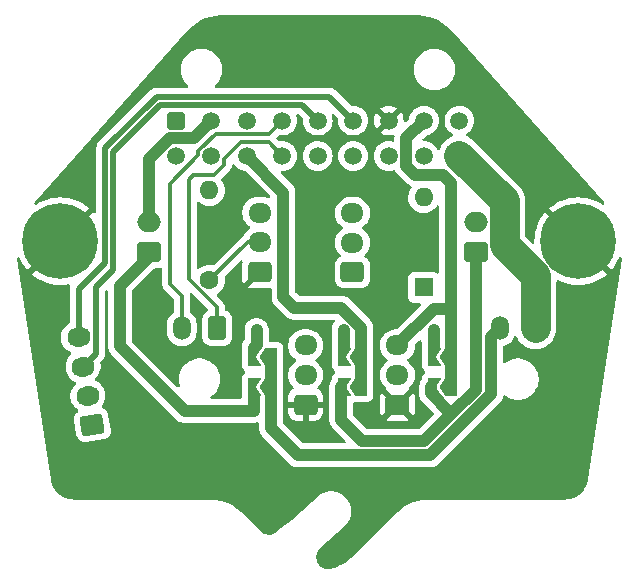
<source format=gbl>
%TF.GenerationSoftware,KiCad,Pcbnew,8.0.8*%
%TF.CreationDate,2025-01-29T22:29:45+01:00*%
%TF.ProjectId,xol-pcb,786f6c2d-7063-4622-9e6b-696361645f70,rev?*%
%TF.SameCoordinates,Original*%
%TF.FileFunction,Copper,L2,Bot*%
%TF.FilePolarity,Positive*%
%FSLAX46Y46*%
G04 Gerber Fmt 4.6, Leading zero omitted, Abs format (unit mm)*
G04 Created by KiCad (PCBNEW 8.0.8) date 2025-01-29 22:29:45*
%MOMM*%
%LPD*%
G01*
G04 APERTURE LIST*
G04 Aperture macros list*
%AMRoundRect*
0 Rectangle with rounded corners*
0 $1 Rounding radius*
0 $2 $3 $4 $5 $6 $7 $8 $9 X,Y pos of 4 corners*
0 Add a 4 corners polygon primitive as box body*
4,1,4,$2,$3,$4,$5,$6,$7,$8,$9,$2,$3,0*
0 Add four circle primitives for the rounded corners*
1,1,$1+$1,$2,$3*
1,1,$1+$1,$4,$5*
1,1,$1+$1,$6,$7*
1,1,$1+$1,$8,$9*
0 Add four rect primitives between the rounded corners*
20,1,$1+$1,$2,$3,$4,$5,0*
20,1,$1+$1,$4,$5,$6,$7,0*
20,1,$1+$1,$6,$7,$8,$9,0*
20,1,$1+$1,$8,$9,$2,$3,0*%
%AMHorizOval*
0 Thick line with rounded ends*
0 $1 width*
0 $2 $3 position (X,Y) of the first rounded end (center of the circle)*
0 $4 $5 position (X,Y) of the second rounded end (center of the circle)*
0 Add line between two ends*
20,1,$1,$2,$3,$4,$5,0*
0 Add two circle primitives to create the rounded ends*
1,1,$1,$2,$3*
1,1,$1,$4,$5*%
%AMFreePoly0*
4,1,6,1.000000,0.000000,0.500000,-0.750000,-0.500000,-0.750000,-0.500000,0.750000,0.500000,0.750000,1.000000,0.000000,1.000000,0.000000,$1*%
%AMFreePoly1*
4,1,6,0.500000,-0.750000,-0.650000,-0.750000,-0.150000,0.000000,-0.650000,0.750000,0.500000,0.750000,0.500000,-0.750000,0.500000,-0.750000,$1*%
G04 Aperture macros list end*
%TA.AperFunction,ComponentPad*%
%ADD10RoundRect,0.250001X0.499999X0.759999X-0.499999X0.759999X-0.499999X-0.759999X0.499999X-0.759999X0*%
%TD*%
%TA.AperFunction,ComponentPad*%
%ADD11O,1.500000X2.020000*%
%TD*%
%TA.AperFunction,ComponentPad*%
%ADD12RoundRect,0.250000X0.750000X-0.600000X0.750000X0.600000X-0.750000X0.600000X-0.750000X-0.600000X0*%
%TD*%
%TA.AperFunction,ComponentPad*%
%ADD13O,2.000000X1.700000*%
%TD*%
%TA.AperFunction,ComponentPad*%
%ADD14C,1.600000*%
%TD*%
%TA.AperFunction,ComponentPad*%
%ADD15O,1.600000X1.600000*%
%TD*%
%TA.AperFunction,ComponentPad*%
%ADD16C,6.400000*%
%TD*%
%TA.AperFunction,ComponentPad*%
%ADD17RoundRect,0.250000X0.725000X-0.600000X0.725000X0.600000X-0.725000X0.600000X-0.725000X-0.600000X0*%
%TD*%
%TA.AperFunction,ComponentPad*%
%ADD18O,1.950000X1.700000*%
%TD*%
%TA.AperFunction,ComponentPad*%
%ADD19RoundRect,0.250001X-0.499999X-0.499999X0.499999X-0.499999X0.499999X0.499999X-0.499999X0.499999X0*%
%TD*%
%TA.AperFunction,ComponentPad*%
%ADD20C,1.500000*%
%TD*%
%TA.AperFunction,ComponentPad*%
%ADD21R,1.600000X1.600000*%
%TD*%
%TA.AperFunction,SMDPad,CuDef*%
%ADD22FreePoly0,180.000000*%
%TD*%
%TA.AperFunction,SMDPad,CuDef*%
%ADD23FreePoly1,180.000000*%
%TD*%
%TA.AperFunction,ComponentPad*%
%ADD24RoundRect,0.250000X0.809935X-0.479198X0.622213X0.706028X-0.809935X0.479198X-0.622213X-0.706028X0*%
%TD*%
%TA.AperFunction,ComponentPad*%
%ADD25HorizOval,1.700000X0.123461X0.019554X-0.123461X-0.019554X0*%
%TD*%
%TA.AperFunction,ViaPad*%
%ADD26C,0.800000*%
%TD*%
%TA.AperFunction,Conductor*%
%ADD27C,0.500000*%
%TD*%
%TA.AperFunction,Conductor*%
%ADD28C,0.300000*%
%TD*%
%TA.AperFunction,Conductor*%
%ADD29C,1.000000*%
%TD*%
%TA.AperFunction,Conductor*%
%ADD30C,2.500000*%
%TD*%
G04 APERTURE END LIST*
D10*
%TO.P,HE1,1,Pin_1*%
%TO.N,HE-*%
X75946000Y-56736000D03*
D11*
%TO.P,HE1,2,Pin_2*%
%TO.N,HE+*%
X72946000Y-56736000D03*
%TD*%
D12*
%TO.P,PCF1,1,Pin_1*%
%TO.N,PCF+*%
X43180000Y-50292000D03*
D13*
%TO.P,PCF1,2,Pin_2*%
%TO.N,PCF-*%
X43180000Y-47792000D03*
%TD*%
D14*
%TO.P,R1,1*%
%TO.N,Net-(RGB1-Pin_2)*%
X48330000Y-52690000D03*
D15*
%TO.P,R1,2*%
%TO.N,RGB*%
X48330000Y-45070000D03*
%TD*%
D10*
%TO.P,TH1,1,Pin_1*%
%TO.N,TH*%
X49000000Y-56736000D03*
D11*
%TO.P,TH1,2,Pin_2*%
%TO.N,TH-*%
X46000000Y-56736000D03*
%TD*%
D16*
%TO.P,H1,1,1*%
%TO.N,GND*%
X79559001Y-49376179D03*
%TD*%
%TO.P,H2,1,1*%
%TO.N,GND*%
X35709001Y-49376179D03*
%TD*%
D17*
%TO.P,AUX1,1,Pin_1*%
%TO.N,GND*%
X64245000Y-63206000D03*
D18*
%TO.P,AUX1,2,Pin_2*%
%TO.N,AUX1*%
X64245000Y-60706000D03*
%TO.P,AUX1,3,Pin_3*%
%TO.N,5V*%
X64245000Y-58206000D03*
%TD*%
D17*
%TO.P,RGB1,1,Pin_1*%
%TO.N,GND*%
X52595000Y-51950000D03*
D18*
%TO.P,RGB1,2,Pin_2*%
%TO.N,Net-(RGB1-Pin_2)*%
X52595000Y-49450000D03*
%TO.P,RGB1,3,Pin_3*%
%TO.N,5V*%
X52595000Y-46950000D03*
%TD*%
D12*
%TO.P,PCF2,1,Pin_1*%
%TO.N,PCF+*%
X70866000Y-50292000D03*
D13*
%TO.P,PCF2,2,Pin_2*%
%TO.N,PCF-*%
X70866000Y-47792000D03*
%TD*%
D19*
%TO.P,J1,1,Pin_1*%
%TO.N,RGB*%
X45500000Y-39161000D03*
D20*
%TO.P,J1,2,Pin_2*%
%TO.N,PCF-*%
X48500000Y-39161000D03*
%TO.P,J1,3,Pin_3*%
%TO.N,HEF-*%
X51500000Y-39161000D03*
%TO.P,J1,4,Pin_4*%
%TO.N,TH-*%
X54500000Y-39161000D03*
%TO.P,J1,5,Pin_5*%
%TO.N,A1*%
X57500000Y-39161000D03*
%TO.P,J1,6,Pin_6*%
%TO.N,A2*%
X60500000Y-39161000D03*
%TO.P,J1,7,Pin_7*%
%TO.N,GND*%
X63500000Y-39161000D03*
%TO.P,J1,8,Pin_8*%
%TO.N,5V*%
X66500000Y-39161000D03*
%TO.P,J1,9,Pin_9*%
%TO.N,HE+*%
X69500000Y-39161000D03*
%TO.P,J1,10,Pin_10*%
%TO.N,AUX2*%
X45500000Y-42161000D03*
%TO.P,J1,11,Pin_11*%
%TO.N,AUX3*%
X48500000Y-42161000D03*
%TO.P,J1,12,Pin_12*%
%TO.N,VALT*%
X51500000Y-42161000D03*
%TO.P,J1,13,Pin_13*%
%TO.N,TH*%
X54500000Y-42161000D03*
%TO.P,J1,14,Pin_14*%
%TO.N,B1*%
X57500000Y-42161000D03*
%TO.P,J1,15,Pin_15*%
%TO.N,B2*%
X60500000Y-42161000D03*
%TO.P,J1,16,Pin_16*%
%TO.N,Net-(D1-A)*%
X63500000Y-42161000D03*
%TO.P,J1,17,Pin_17*%
%TO.N,AUX1*%
X66500000Y-42161000D03*
%TO.P,J1,18,Pin_18*%
%TO.N,HE-*%
X69500000Y-42161000D03*
%TD*%
D17*
%TO.P,HEF1,1,Pin_1*%
%TO.N,HEF+*%
X60440000Y-52000000D03*
D18*
%TO.P,HEF1,2,Pin_2*%
%TO.N,Net-(D1-K)*%
X60440000Y-49500000D03*
%TO.P,HEF1,3,Pin_3*%
%TO.N,HEF-*%
X60440000Y-47000000D03*
%TD*%
D21*
%TO.P,D1,1,K*%
%TO.N,Net-(D1-K)*%
X66470000Y-53290000D03*
D15*
%TO.P,D1,2,A*%
%TO.N,Net-(D1-A)*%
X66470000Y-45670000D03*
%TD*%
D17*
%TO.P,AUX2-3,1,Pin_1*%
%TO.N,GND*%
X56475000Y-63206000D03*
D18*
%TO.P,AUX2-3,2,Pin_2*%
%TO.N,AUX2*%
X56475000Y-60706000D03*
%TO.P,AUX2-3,3,Pin_3*%
%TO.N,AUX3*%
X56475000Y-58206000D03*
%TD*%
D22*
%TO.P,JP4,1,A*%
%TO.N,5V*%
X68797000Y-61722000D03*
D23*
%TO.P,JP4,2,B*%
%TO.N,PCF+*%
X67347000Y-61722000D03*
%TD*%
D24*
%TO.P,MOTOR1,1,Pin_1*%
%TO.N,B1*%
X38419166Y-64929703D03*
D25*
%TO.P,MOTOR1,2,Pin_2*%
%TO.N,B2*%
X38028080Y-62460482D03*
%TO.P,MOTOR1,3,Pin_3*%
%TO.N,A1*%
X37636994Y-59991261D03*
%TO.P,MOTOR1,4,Pin_4*%
%TO.N,A2*%
X37245908Y-57522040D03*
%TD*%
D22*
%TO.P,JP1,1,A*%
%TO.N,5V*%
X68797000Y-59182000D03*
D23*
%TO.P,JP1,2,B*%
%TO.N,HEF+*%
X67347000Y-59182000D03*
%TD*%
D22*
%TO.P,JP3,1,A*%
%TO.N,HE+*%
X53557000Y-59182000D03*
D23*
%TO.P,JP3,2,B*%
%TO.N,HEF+*%
X52107000Y-59182000D03*
%TD*%
D22*
%TO.P,JP5,1,A*%
%TO.N,VALT*%
X61177000Y-61722000D03*
D23*
%TO.P,JP5,2,B*%
%TO.N,PCF+*%
X59727000Y-61722000D03*
%TD*%
D22*
%TO.P,JP6,1,A*%
%TO.N,HE+*%
X53557000Y-61722000D03*
D23*
%TO.P,JP6,2,B*%
%TO.N,PCF+*%
X52107000Y-61722000D03*
%TD*%
D22*
%TO.P,JP2,1,A*%
%TO.N,VALT*%
X61177000Y-59182000D03*
D23*
%TO.P,JP2,2,B*%
%TO.N,HEF+*%
X59727000Y-59182000D03*
%TD*%
D26*
%TO.N,HEF+*%
X67310000Y-56896000D03*
X59690000Y-56896000D03*
X52324000Y-56896000D03*
%TO.N,PCF+*%
X50970000Y-63790000D03*
X60263500Y-65286500D03*
%TO.N,GND*%
X74500000Y-64500000D03*
X67210000Y-51180000D03*
X56500000Y-48500000D03*
X65490000Y-47600000D03*
X54102000Y-57404000D03*
X45974000Y-59182000D03*
X52630000Y-54280000D03*
X50500000Y-45000000D03*
%TD*%
D27*
%TO.N,A1*%
X40200000Y-41789950D02*
X44143950Y-37846000D01*
X38737599Y-58890656D02*
X38737599Y-53286601D01*
X38737599Y-53286601D02*
X40200000Y-51824200D01*
X40200000Y-51824200D02*
X40200000Y-41789950D01*
X56185000Y-37846000D02*
X57500000Y-39161000D01*
X37636994Y-59991261D02*
X38737599Y-58890656D01*
X44143950Y-37846000D02*
X56185000Y-37846000D01*
%TO.N,A2*%
X39500000Y-51189200D02*
X37245908Y-53443292D01*
X58485000Y-37146000D02*
X43854000Y-37146000D01*
X43854000Y-37146000D02*
X39500000Y-41500000D01*
X37245908Y-53443292D02*
X37245908Y-57522040D01*
X60500000Y-39161000D02*
X58485000Y-37146000D01*
X39500000Y-41500000D02*
X39500000Y-51189200D01*
D28*
%TO.N,TH*%
X54500000Y-42161000D02*
X53339000Y-41000000D01*
X49506000Y-56736000D02*
X49150000Y-56380000D01*
X51000000Y-41000000D02*
X49600000Y-42400000D01*
X46970000Y-43790000D02*
X46580000Y-44180000D01*
X49000000Y-54986346D02*
X49000000Y-56736000D01*
X53339000Y-41000000D02*
X51000000Y-41000000D01*
X46580000Y-52566346D02*
X49000000Y-54986346D01*
X49600000Y-42900000D02*
X48710000Y-43790000D01*
X49600000Y-42400000D02*
X49600000Y-42900000D01*
X46580000Y-52566346D02*
X46580000Y-44180000D01*
X48710000Y-43790000D02*
X46970000Y-43790000D01*
D29*
%TO.N,HE+*%
X53557000Y-65232430D02*
X55824570Y-67500000D01*
X72196000Y-57486000D02*
X72946000Y-56736000D01*
X53557000Y-59182000D02*
X53557000Y-61722000D01*
X72196000Y-62304000D02*
X72196000Y-57486000D01*
X55824570Y-67500000D02*
X67000000Y-67500000D01*
X53557000Y-61722000D02*
X53557000Y-65232430D01*
X67000000Y-67500000D02*
X72196000Y-62304000D01*
%TO.N,HEF+*%
X52324000Y-56896000D02*
X52324000Y-58175050D01*
X59690000Y-56896000D02*
X59690000Y-58420000D01*
X52324000Y-58175050D02*
X52074525Y-58424525D01*
X67310000Y-56896000D02*
X67310000Y-58420000D01*
D30*
%TO.N,HE-*%
X73316000Y-45977000D02*
X69500000Y-42161000D01*
X75946000Y-52339272D02*
X73316000Y-49709272D01*
X75946000Y-56736000D02*
X75946000Y-52339272D01*
X73316000Y-49709272D02*
X73316000Y-45977000D01*
D29*
%TO.N,5V*%
X68797000Y-44477000D02*
X68080000Y-43760000D01*
X65000000Y-43000000D02*
X65000000Y-40661000D01*
X65000000Y-40661000D02*
X66500000Y-39161000D01*
X68797000Y-59182000D02*
X68797000Y-55000000D01*
X68080000Y-43760000D02*
X65760000Y-43760000D01*
X68797000Y-59182000D02*
X68797000Y-61722000D01*
X67370000Y-55081000D02*
X68716000Y-55081000D01*
X64245000Y-58206000D02*
X67370000Y-55081000D01*
X68716000Y-55081000D02*
X68797000Y-55000000D01*
X68797000Y-55000000D02*
X68797000Y-44477000D01*
X65760000Y-43760000D02*
X65000000Y-43000000D01*
%TO.N,PCF+*%
X46254000Y-63754000D02*
X40767000Y-58267000D01*
X40767000Y-58267000D02*
X40767000Y-53162200D01*
X43180000Y-50749200D02*
X43180000Y-50292000D01*
X70866000Y-61936944D02*
X68901472Y-63901472D01*
X52070000Y-63754000D02*
X46254000Y-63754000D01*
X66502944Y-66300000D02*
X68901472Y-63901472D01*
X40767000Y-53162200D02*
X43180000Y-50749200D01*
X61277000Y-66300000D02*
X66502944Y-66300000D01*
X59477000Y-61722000D02*
X59477000Y-64500000D01*
X68729449Y-63901472D02*
X67092097Y-62264120D01*
X70866000Y-50292000D02*
X70866000Y-61936944D01*
X67092097Y-62264120D02*
X67092097Y-61722000D01*
X68901472Y-63901472D02*
X68729449Y-63901472D01*
X59477000Y-64500000D02*
X61277000Y-66300000D01*
X52070000Y-63754000D02*
X52070000Y-62484000D01*
%TO.N,PCF-*%
X44999390Y-40611000D02*
X47050000Y-40611000D01*
X47050000Y-40611000D02*
X48500000Y-39161000D01*
X43180000Y-47792000D02*
X43180000Y-42430390D01*
X43180000Y-42430390D02*
X44999390Y-40611000D01*
D28*
%TO.N,TH-*%
X47400000Y-41705365D02*
X47552683Y-41552683D01*
X53400000Y-40261000D02*
X54500000Y-39161000D01*
X48844365Y-40261000D02*
X53400000Y-40261000D01*
X46000000Y-54000000D02*
X46000000Y-56736000D01*
X47400000Y-42100000D02*
X47400000Y-41705365D01*
X45000000Y-44500000D02*
X47400000Y-42100000D01*
X45000000Y-53000000D02*
X46000000Y-54000000D01*
X47552683Y-41552683D02*
X48844365Y-40261000D01*
X45000000Y-53000000D02*
X45000000Y-44500000D01*
D29*
%TO.N,VALT*%
X51500000Y-42161000D02*
X54600000Y-45261000D01*
X61177000Y-59182000D02*
X61177000Y-61722000D01*
X61177000Y-56685944D02*
X61177000Y-59182000D01*
X55500000Y-55000000D02*
X59491056Y-55000000D01*
X54600000Y-45261000D02*
X54600000Y-54100000D01*
X59491056Y-55000000D02*
X61177000Y-56685944D01*
X54600000Y-54100000D02*
X55500000Y-55000000D01*
D28*
%TO.N,Net-(RGB1-Pin_2)*%
X51570000Y-49450000D02*
X52595000Y-49450000D01*
X48330000Y-52690000D02*
X51570000Y-49450000D01*
%TD*%
%TA.AperFunction,Conductor*%
%TO.N,GND*%
G36*
X34488589Y-50418509D02*
G01*
X34666671Y-50596591D01*
X34771578Y-50672810D01*
X33271087Y-52173300D01*
X33271088Y-52173301D01*
X33526492Y-52380124D01*
X33526509Y-52380136D01*
X33852459Y-52591809D01*
X33852465Y-52591813D01*
X34198753Y-52768255D01*
X34198761Y-52768259D01*
X34561586Y-52907534D01*
X34937005Y-53008127D01*
X35320886Y-53068928D01*
X35708995Y-53089268D01*
X35709007Y-53089268D01*
X36097115Y-53068928D01*
X36391663Y-53022276D01*
X36462074Y-53031376D01*
X36516388Y-53077097D01*
X36537361Y-53144926D01*
X36527784Y-53194940D01*
X36520764Y-53211889D01*
X36520762Y-53211895D01*
X36516557Y-53222044D01*
X36487408Y-53368582D01*
X36487408Y-56263268D01*
X36467406Y-56331389D01*
X36418612Y-56375534D01*
X36410439Y-56379698D01*
X36237443Y-56505387D01*
X36237440Y-56505389D01*
X36086248Y-56656581D01*
X35960555Y-56829581D01*
X35863474Y-57020111D01*
X35797399Y-57223470D01*
X35763947Y-57434677D01*
X35763947Y-57546544D01*
X35763947Y-57648507D01*
X35795743Y-57849265D01*
X35797398Y-57859711D01*
X35863476Y-58063078D01*
X35960548Y-58253596D01*
X35960551Y-58253601D01*
X36086238Y-58426595D01*
X36086240Y-58426597D01*
X36086242Y-58426600D01*
X36237434Y-58577792D01*
X36237437Y-58577794D01*
X36237441Y-58577798D01*
X36410434Y-58703486D01*
X36580001Y-58789885D01*
X36631614Y-58838631D01*
X36648680Y-58907546D01*
X36625779Y-58974748D01*
X36611892Y-58991245D01*
X36477332Y-59125805D01*
X36351641Y-59298802D01*
X36254560Y-59489332D01*
X36188485Y-59692691D01*
X36155033Y-59903898D01*
X36155033Y-60078622D01*
X36155033Y-60117728D01*
X36180751Y-60280112D01*
X36188484Y-60328932D01*
X36254562Y-60532299D01*
X36351634Y-60722817D01*
X36351637Y-60722822D01*
X36477324Y-60895816D01*
X36477326Y-60895818D01*
X36477328Y-60895821D01*
X36628520Y-61047013D01*
X36628523Y-61047015D01*
X36628527Y-61047019D01*
X36801520Y-61172707D01*
X36971087Y-61259106D01*
X37022700Y-61307852D01*
X37039766Y-61376767D01*
X37016865Y-61443969D01*
X37002978Y-61460466D01*
X36868418Y-61595026D01*
X36868415Y-61595029D01*
X36868415Y-61595030D01*
X36838276Y-61636513D01*
X36742727Y-61768023D01*
X36645646Y-61958553D01*
X36579571Y-62161912D01*
X36546119Y-62373119D01*
X36546119Y-62497860D01*
X36546119Y-62586949D01*
X36576964Y-62781703D01*
X36579570Y-62798153D01*
X36645648Y-63001520D01*
X36742720Y-63192038D01*
X36742723Y-63192043D01*
X36868410Y-63365037D01*
X36868412Y-63365039D01*
X36868414Y-63365042D01*
X37019610Y-63516238D01*
X37019613Y-63516240D01*
X37168706Y-63624564D01*
X37212060Y-63680786D01*
X37218135Y-63751522D01*
X37185003Y-63814313D01*
X37176755Y-63822071D01*
X37087926Y-63898388D01*
X37047702Y-63932946D01*
X36976087Y-64031515D01*
X36943481Y-64076393D01*
X36875149Y-64240012D01*
X36846394Y-64414972D01*
X36846394Y-64414974D01*
X36852163Y-64519238D01*
X37055699Y-65804310D01*
X37082428Y-65905242D01*
X37082434Y-65905259D01*
X37163842Y-66062760D01*
X37163844Y-66062762D01*
X37163846Y-66062766D01*
X37279393Y-66197260D01*
X37422841Y-66301481D01*
X37586459Y-66369812D01*
X37761423Y-66398568D01*
X37865685Y-66392800D01*
X39397678Y-66150155D01*
X39498621Y-66123423D01*
X39498629Y-66123419D01*
X39656131Y-66042011D01*
X39656132Y-66042009D01*
X39656136Y-66042008D01*
X39790630Y-65926460D01*
X39894851Y-65783013D01*
X39963182Y-65619395D01*
X39991938Y-65444430D01*
X39986169Y-65340168D01*
X39782633Y-64055098D01*
X39755901Y-63954155D01*
X39755898Y-63954149D01*
X39755897Y-63954146D01*
X39674489Y-63796645D01*
X39674487Y-63796643D01*
X39674486Y-63796640D01*
X39558939Y-63662146D01*
X39558934Y-63662142D01*
X39415493Y-63557926D01*
X39258492Y-63492358D01*
X39203341Y-63447649D01*
X39181117Y-63380221D01*
X39198875Y-63311481D01*
X39205095Y-63302054D01*
X39313433Y-63152941D01*
X39410512Y-62962414D01*
X39476590Y-62759047D01*
X39510041Y-62547847D01*
X39510041Y-62334015D01*
X39476591Y-62122815D01*
X39410514Y-61919448D01*
X39410514Y-61919447D01*
X39313439Y-61728924D01*
X39313436Y-61728919D01*
X39234219Y-61619887D01*
X39187750Y-61555927D01*
X39187747Y-61555924D01*
X39187745Y-61555921D01*
X39036553Y-61404729D01*
X39036549Y-61404726D01*
X39036547Y-61404724D01*
X38863554Y-61279036D01*
X38693986Y-61192636D01*
X38642372Y-61143888D01*
X38625306Y-61074973D01*
X38648207Y-61007772D01*
X38662084Y-60991287D01*
X38796660Y-60856713D01*
X38922347Y-60683720D01*
X39019426Y-60493193D01*
X39085504Y-60289826D01*
X39118955Y-60078626D01*
X39118955Y-59864794D01*
X39090329Y-59684054D01*
X39099429Y-59613647D01*
X39125680Y-59575254D01*
X39326765Y-59374171D01*
X39409773Y-59249940D01*
X39466950Y-59111902D01*
X39496099Y-58965361D01*
X39496099Y-58815951D01*
X39496099Y-53652972D01*
X39516101Y-53584851D01*
X39533004Y-53563877D01*
X39543405Y-53553476D01*
X39605717Y-53519450D01*
X39676532Y-53524515D01*
X39733368Y-53567062D01*
X39758179Y-53633582D01*
X39758500Y-53642571D01*
X39758500Y-58366331D01*
X39797256Y-58561169D01*
X39842091Y-58669409D01*
X39873279Y-58744704D01*
X39983647Y-58909881D01*
X39983649Y-58909883D01*
X45611113Y-64537349D01*
X45611119Y-64537354D01*
X45776296Y-64647722D01*
X45898887Y-64698500D01*
X45898888Y-64698501D01*
X45959823Y-64723741D01*
X45959824Y-64723741D01*
X45959831Y-64723744D01*
X46154671Y-64762500D01*
X46154672Y-64762500D01*
X52169328Y-64762500D01*
X52169329Y-64762500D01*
X52364169Y-64723744D01*
X52364179Y-64723740D01*
X52374281Y-64719556D01*
X52444871Y-64711966D01*
X52508358Y-64743744D01*
X52544586Y-64804802D01*
X52548500Y-64835964D01*
X52548500Y-65331761D01*
X52587256Y-65526599D01*
X52587258Y-65526604D01*
X52625692Y-65619393D01*
X52656446Y-65693638D01*
X52656446Y-65693639D01*
X52656445Y-65693639D01*
X52663274Y-65710126D01*
X52663278Y-65710132D01*
X52663279Y-65710134D01*
X52773647Y-65875311D01*
X55041217Y-68142881D01*
X55181689Y-68283353D01*
X55346866Y-68393721D01*
X55530401Y-68469744D01*
X55725241Y-68508500D01*
X55725242Y-68508500D01*
X67099328Y-68508500D01*
X67099329Y-68508500D01*
X67294169Y-68469744D01*
X67477704Y-68393721D01*
X67642881Y-68283353D01*
X67783353Y-68142881D01*
X67783352Y-68142881D01*
X67842866Y-68083367D01*
X67842865Y-68083367D01*
X72979354Y-62946881D01*
X73089722Y-62781703D01*
X73152831Y-62629344D01*
X73165744Y-62598169D01*
X73181107Y-62520931D01*
X73214013Y-62458024D01*
X73275707Y-62422891D01*
X73346602Y-62426691D01*
X73381389Y-62445552D01*
X73471385Y-62514609D01*
X73471391Y-62514613D01*
X73670099Y-62629337D01*
X73670103Y-62629338D01*
X73670112Y-62629344D01*
X73882113Y-62717158D01*
X74103762Y-62776548D01*
X74103766Y-62776548D01*
X74103768Y-62776549D01*
X74142917Y-62781703D01*
X74331266Y-62806500D01*
X74331273Y-62806500D01*
X74560727Y-62806500D01*
X74560734Y-62806500D01*
X74766345Y-62779430D01*
X74788231Y-62776549D01*
X74788231Y-62776548D01*
X74788238Y-62776548D01*
X75009887Y-62717158D01*
X75221888Y-62629344D01*
X75420612Y-62514611D01*
X75602661Y-62374919D01*
X75764919Y-62212661D01*
X75904611Y-62030612D01*
X76019344Y-61831888D01*
X76107158Y-61619887D01*
X76166548Y-61398238D01*
X76196500Y-61170734D01*
X76196500Y-60941266D01*
X76166548Y-60713762D01*
X76107158Y-60492113D01*
X76019344Y-60280112D01*
X76019338Y-60280103D01*
X76019337Y-60280099D01*
X75904613Y-60081391D01*
X75904608Y-60081384D01*
X75764926Y-59899347D01*
X75764907Y-59899326D01*
X75602673Y-59737092D01*
X75602652Y-59737073D01*
X75420615Y-59597391D01*
X75420608Y-59597386D01*
X75221900Y-59482662D01*
X75221892Y-59482658D01*
X75221888Y-59482656D01*
X75009887Y-59394842D01*
X74788238Y-59335452D01*
X74788231Y-59335450D01*
X74560736Y-59305500D01*
X74560734Y-59305500D01*
X74331266Y-59305500D01*
X74331263Y-59305500D01*
X74103768Y-59335450D01*
X73959259Y-59374171D01*
X73882113Y-59394842D01*
X73674055Y-59481023D01*
X73670110Y-59482657D01*
X73670099Y-59482662D01*
X73471391Y-59597386D01*
X73471384Y-59597391D01*
X73407204Y-59646639D01*
X73340984Y-59672240D01*
X73271435Y-59657975D01*
X73220639Y-59608374D01*
X73204500Y-59546677D01*
X73204500Y-58326818D01*
X73224502Y-58258697D01*
X73278158Y-58212204D01*
X73291560Y-58206986D01*
X73429097Y-58162298D01*
X73605598Y-58072366D01*
X73765858Y-57955930D01*
X73905930Y-57815858D01*
X74022366Y-57655598D01*
X74112298Y-57479097D01*
X74112303Y-57479079D01*
X74114191Y-57474525D01*
X74115908Y-57475236D01*
X74151455Y-57423195D01*
X74216838Y-57395526D01*
X74286801Y-57407597D01*
X74339131Y-57455577D01*
X74347670Y-57472473D01*
X74365465Y-57515433D01*
X74365466Y-57515434D01*
X74365468Y-57515439D01*
X74365471Y-57515444D01*
X74463085Y-57684515D01*
X74480724Y-57715066D01*
X74560274Y-57818738D01*
X74621053Y-57897947D01*
X74621062Y-57897957D01*
X74784042Y-58060937D01*
X74784052Y-58060946D01*
X74784053Y-58060947D01*
X74966934Y-58201276D01*
X75166567Y-58316535D01*
X75379536Y-58404749D01*
X75602198Y-58464411D01*
X75602204Y-58464411D01*
X75602205Y-58464412D01*
X75628425Y-58467863D01*
X75830742Y-58494500D01*
X75830749Y-58494500D01*
X76061251Y-58494500D01*
X76061258Y-58494500D01*
X76289802Y-58464411D01*
X76512464Y-58404749D01*
X76725433Y-58316535D01*
X76925066Y-58201276D01*
X77107947Y-58060947D01*
X77270947Y-57897947D01*
X77411276Y-57715066D01*
X77526535Y-57515433D01*
X77614749Y-57302464D01*
X77674411Y-57079802D01*
X77704500Y-56851258D01*
X77704500Y-52798463D01*
X77724502Y-52730342D01*
X77778158Y-52683849D01*
X77848432Y-52673745D01*
X77887703Y-52686196D01*
X78048753Y-52768255D01*
X78048761Y-52768259D01*
X78411586Y-52907534D01*
X78787005Y-53008127D01*
X79170886Y-53068928D01*
X79558995Y-53089268D01*
X79559007Y-53089268D01*
X79947115Y-53068928D01*
X80330996Y-53008127D01*
X80706415Y-52907534D01*
X81069240Y-52768259D01*
X81069248Y-52768255D01*
X81415536Y-52591813D01*
X81415542Y-52591809D01*
X81741502Y-52380129D01*
X81996913Y-52173300D01*
X80496423Y-50672810D01*
X80601331Y-50596591D01*
X80779413Y-50418509D01*
X80855632Y-50313601D01*
X82356122Y-51814091D01*
X82562951Y-51558680D01*
X82774631Y-51232720D01*
X82774635Y-51232714D01*
X82951077Y-50886426D01*
X82951081Y-50886419D01*
X82989684Y-50785853D01*
X83032769Y-50729425D01*
X83099522Y-50705248D01*
X83168750Y-50720999D01*
X83218472Y-50771676D01*
X83232903Y-50841191D01*
X83231886Y-50849928D01*
X80392329Y-69545192D01*
X80391976Y-69547389D01*
X80369656Y-69678676D01*
X80366079Y-69693914D01*
X80288944Y-69949875D01*
X80282584Y-69966584D01*
X80170468Y-70208036D01*
X80161806Y-70223677D01*
X80016640Y-70446835D01*
X80005853Y-70461092D01*
X79830571Y-70661450D01*
X79817874Y-70674037D01*
X79615997Y-70847570D01*
X79601646Y-70858234D01*
X79377230Y-71001452D01*
X79361514Y-71009976D01*
X79119103Y-71119982D01*
X79102340Y-71126197D01*
X78846783Y-71200791D01*
X78829308Y-71204570D01*
X78564681Y-71242397D01*
X78549057Y-71243646D01*
X78419650Y-71245911D01*
X78415920Y-71245977D01*
X78413716Y-71245996D01*
X66947705Y-71245996D01*
X66751315Y-71248335D01*
X66751313Y-71248335D01*
X66360429Y-71286834D01*
X66360424Y-71286834D01*
X66360423Y-71286835D01*
X66298551Y-71299141D01*
X65975195Y-71363459D01*
X65599318Y-71477479D01*
X65599308Y-71477482D01*
X65236425Y-71627793D01*
X64890021Y-71812948D01*
X64890006Y-71812957D01*
X64563436Y-72031164D01*
X64563431Y-72031167D01*
X64563431Y-72031168D01*
X64563362Y-72031225D01*
X64259799Y-72280351D01*
X64119259Y-72417591D01*
X60463053Y-76073797D01*
X60461884Y-76074952D01*
X60313319Y-76219692D01*
X60304463Y-76227544D01*
X59980964Y-76488282D01*
X59970033Y-76496166D01*
X59621239Y-76720408D01*
X59609529Y-76727080D01*
X59238763Y-76912793D01*
X59226407Y-76918175D01*
X58837172Y-77063506D01*
X58825901Y-77067121D01*
X58627209Y-77120695D01*
X58622588Y-77121848D01*
X58535169Y-77141908D01*
X58512459Y-77144981D01*
X58330137Y-77152905D01*
X58304164Y-77151345D01*
X58125650Y-77121906D01*
X58100552Y-77115044D01*
X57931897Y-77049569D01*
X57908742Y-77037698D01*
X57757128Y-76938973D01*
X57736906Y-76922598D01*
X57608806Y-76794837D01*
X57592378Y-76774659D01*
X57493250Y-76623308D01*
X57481318Y-76600186D01*
X57440616Y-76496166D01*
X57415392Y-76431702D01*
X57408464Y-76406624D01*
X57378551Y-76228190D01*
X57376922Y-76202221D01*
X57384298Y-76021446D01*
X57388035Y-75995711D01*
X57432390Y-75820290D01*
X57441332Y-75795875D01*
X57520771Y-75633307D01*
X57534540Y-75611246D01*
X57646659Y-75467203D01*
X57662275Y-75450516D01*
X57731048Y-75389259D01*
X59835941Y-73449850D01*
X59928409Y-73353406D01*
X60085205Y-73137087D01*
X60206230Y-72898904D01*
X60288506Y-72644720D01*
X60330007Y-72380795D01*
X60329709Y-72113627D01*
X60287622Y-71849795D01*
X60204780Y-71595795D01*
X60204779Y-71595791D01*
X60083231Y-71357893D01*
X60083228Y-71357889D01*
X60083225Y-71357882D01*
X59968825Y-71200791D01*
X59925950Y-71141915D01*
X59925946Y-71141911D01*
X59736836Y-70953217D01*
X59736827Y-70953209D01*
X59736823Y-70953205D01*
X59736820Y-70953203D01*
X59736818Y-70953201D01*
X59520507Y-70796408D01*
X59520508Y-70796408D01*
X59516812Y-70794530D01*
X59282324Y-70675378D01*
X59202791Y-70649633D01*
X59028144Y-70593099D01*
X58764218Y-70551595D01*
X58764217Y-70551595D01*
X58719689Y-70551644D01*
X58497045Y-70551889D01*
X58233215Y-70593973D01*
X57979215Y-70676811D01*
X57741304Y-70798360D01*
X57741299Y-70798363D01*
X57525332Y-70955634D01*
X57429105Y-71048362D01*
X57024943Y-71449688D01*
X57021979Y-71452537D01*
X56188070Y-72228227D01*
X56184573Y-72231360D01*
X55322586Y-72975239D01*
X55318976Y-72978239D01*
X54429631Y-73689688D01*
X54426378Y-73692204D01*
X53971647Y-74032247D01*
X53968789Y-74034322D01*
X53896336Y-74085399D01*
X53876740Y-74096726D01*
X53714105Y-74172137D01*
X53689938Y-74180484D01*
X53516880Y-74221170D01*
X53491526Y-74224466D01*
X53313814Y-74229379D01*
X53288317Y-74227489D01*
X53113274Y-74196427D01*
X53088683Y-74189429D01*
X52923509Y-74123669D01*
X52900837Y-74111850D01*
X52751080Y-74013272D01*
X52733405Y-73999214D01*
X52669037Y-73937835D01*
X52666895Y-73935743D01*
X51148733Y-72417582D01*
X51008162Y-72280408D01*
X51008157Y-72280404D01*
X51008153Y-72280400D01*
X50704530Y-72031225D01*
X50695943Y-72025487D01*
X50377949Y-71813010D01*
X50031547Y-71627856D01*
X49668668Y-71477546D01*
X49426961Y-71404226D01*
X49292801Y-71363530D01*
X49292797Y-71363529D01*
X49292790Y-71363527D01*
X48907574Y-71286904D01*
X48907569Y-71286903D01*
X48907564Y-71286902D01*
X48907554Y-71286901D01*
X48516700Y-71248406D01*
X48516697Y-71248405D01*
X48462129Y-71247735D01*
X48320293Y-71245996D01*
X48320254Y-71245996D01*
X36854247Y-71245996D01*
X36852068Y-71245977D01*
X36718960Y-71243674D01*
X36703309Y-71242425D01*
X36438694Y-71204589D01*
X36421222Y-71200811D01*
X36165665Y-71126209D01*
X36148902Y-71119994D01*
X35906486Y-71009979D01*
X35890772Y-71001455D01*
X35666361Y-70858235D01*
X35652011Y-70847572D01*
X35450131Y-70674036D01*
X35437435Y-70661450D01*
X35262148Y-70461090D01*
X35251361Y-70446835D01*
X35106185Y-70223667D01*
X35097530Y-70208036D01*
X34985410Y-69966591D01*
X34979049Y-69949883D01*
X34901906Y-69693927D01*
X34898326Y-69678668D01*
X34876023Y-69547374D01*
X34875672Y-69545194D01*
X34718212Y-68508500D01*
X32036117Y-50849932D01*
X32045663Y-50779580D01*
X32091728Y-50725557D01*
X32159688Y-50705015D01*
X32227966Y-50724476D01*
X32274883Y-50777761D01*
X32278319Y-50785857D01*
X32316920Y-50886418D01*
X32316924Y-50886426D01*
X32493366Y-51232714D01*
X32493370Y-51232720D01*
X32705043Y-51558670D01*
X32705055Y-51558687D01*
X32911877Y-51814090D01*
X32911878Y-51814091D01*
X34412368Y-50313600D01*
X34488589Y-50418509D01*
G37*
%TD.AperFunction*%
%TA.AperFunction,Conductor*%
G36*
X51061701Y-50993725D02*
G01*
X51118536Y-51036272D01*
X51143347Y-51102792D01*
X51137273Y-51151412D01*
X51122607Y-51195671D01*
X51122605Y-51195681D01*
X51112000Y-51299483D01*
X51112000Y-52600516D01*
X51122605Y-52704318D01*
X51122606Y-52704321D01*
X51178344Y-52872529D01*
X51229813Y-52955974D01*
X51229814Y-52955975D01*
X52131253Y-52054535D01*
X52152370Y-52133343D01*
X52214905Y-52241657D01*
X52303343Y-52330095D01*
X52411657Y-52392630D01*
X52490462Y-52413745D01*
X51633909Y-53270298D01*
X51633910Y-53270299D01*
X51715669Y-53297392D01*
X51715681Y-53297394D01*
X51819483Y-53307999D01*
X51819483Y-53308000D01*
X53370517Y-53308000D01*
X53370516Y-53307999D01*
X53452693Y-53299604D01*
X53522494Y-53312578D01*
X53574200Y-53361230D01*
X53591500Y-53424951D01*
X53591500Y-54199331D01*
X53594945Y-54216649D01*
X53630256Y-54394169D01*
X53640860Y-54419769D01*
X53706279Y-54577704D01*
X53816647Y-54742881D01*
X54857119Y-55783353D01*
X55022296Y-55893721D01*
X55205831Y-55969744D01*
X55400671Y-56008500D01*
X55599329Y-56008500D01*
X58847076Y-56008500D01*
X58915197Y-56028502D01*
X58961690Y-56082158D01*
X58971794Y-56152432D01*
X58942300Y-56217012D01*
X58936171Y-56223595D01*
X58906649Y-56253116D01*
X58906644Y-56253123D01*
X58796279Y-56418296D01*
X58720258Y-56601825D01*
X58720256Y-56601830D01*
X58681500Y-56796668D01*
X58681500Y-58519331D01*
X58711079Y-58668031D01*
X58713500Y-58692613D01*
X58713500Y-59932000D01*
X58716632Y-59975790D01*
X58718727Y-60005081D01*
X58740321Y-60078622D01*
X58759904Y-60145316D01*
X58838923Y-60268271D01*
X58942935Y-60358399D01*
X58981318Y-60418124D01*
X58981318Y-60489120D01*
X58942934Y-60548847D01*
X58928545Y-60559618D01*
X58890732Y-60583919D01*
X58890729Y-60583922D01*
X58795016Y-60694380D01*
X58734300Y-60827329D01*
X58713500Y-60972002D01*
X58713500Y-61011185D01*
X58693498Y-61079306D01*
X58692265Y-61081187D01*
X58583279Y-61244296D01*
X58507258Y-61427825D01*
X58507256Y-61427830D01*
X58468500Y-61622668D01*
X58468500Y-61622671D01*
X58468500Y-64599329D01*
X58506285Y-64789289D01*
X58507257Y-64794172D01*
X58524568Y-64835964D01*
X58557283Y-64914944D01*
X58583279Y-64977704D01*
X58693647Y-65142881D01*
X58693649Y-65142883D01*
X59827171Y-66276405D01*
X59861197Y-66338717D01*
X59856132Y-66409532D01*
X59813585Y-66466368D01*
X59747065Y-66491179D01*
X59738076Y-66491500D01*
X56294494Y-66491500D01*
X56226373Y-66471498D01*
X56205399Y-66454595D01*
X54602405Y-64851601D01*
X54568379Y-64789289D01*
X54565500Y-64762506D01*
X54565500Y-62515790D01*
X54566782Y-62497860D01*
X54570500Y-62471998D01*
X54570500Y-60972005D01*
X54568301Y-60941263D01*
X54565821Y-60906581D01*
X54565500Y-60897593D01*
X54565500Y-59975790D01*
X54566782Y-59957860D01*
X54570500Y-59931998D01*
X54570500Y-58432005D01*
X54570500Y-58432000D01*
X54565273Y-58358921D01*
X54524096Y-58218684D01*
X54447233Y-58099084D01*
X54991500Y-58099084D01*
X54991500Y-58312916D01*
X55024193Y-58519329D01*
X55024952Y-58524121D01*
X55083231Y-58703486D01*
X55091028Y-58727483D01*
X55188106Y-58918009D01*
X55313794Y-59091004D01*
X55313796Y-59091006D01*
X55313798Y-59091009D01*
X55464990Y-59242201D01*
X55464993Y-59242203D01*
X55464996Y-59242206D01*
X55542894Y-59298802D01*
X55618955Y-59354064D01*
X55662309Y-59410286D01*
X55668384Y-59481023D01*
X55635252Y-59543814D01*
X55618955Y-59557936D01*
X55464993Y-59669796D01*
X55464990Y-59669798D01*
X55313798Y-59820990D01*
X55313796Y-59820993D01*
X55188108Y-59993987D01*
X55091029Y-60184515D01*
X55091026Y-60184521D01*
X55024952Y-60387878D01*
X55024951Y-60387883D01*
X55024951Y-60387884D01*
X54991500Y-60599084D01*
X54991500Y-60812916D01*
X55022385Y-61007915D01*
X55024952Y-61024121D01*
X55079706Y-61192637D01*
X55091028Y-61227483D01*
X55188106Y-61418009D01*
X55313794Y-61591004D01*
X55313796Y-61591006D01*
X55313798Y-61591009D01*
X55444468Y-61721679D01*
X55478494Y-61783991D01*
X55473429Y-61854806D01*
X55430882Y-61911642D01*
X55421520Y-61918015D01*
X55276660Y-62007365D01*
X55276654Y-62007370D01*
X55151370Y-62132654D01*
X55151365Y-62132660D01*
X55058342Y-62283474D01*
X55002606Y-62451678D01*
X55002605Y-62451681D01*
X54992000Y-62555483D01*
X54992000Y-62952000D01*
X56073164Y-62952000D01*
X56032370Y-63022657D01*
X56000000Y-63143465D01*
X56000000Y-63268535D01*
X56032370Y-63389343D01*
X56073164Y-63460000D01*
X54992000Y-63460000D01*
X54992000Y-63856516D01*
X55002605Y-63960318D01*
X55002606Y-63960321D01*
X55058342Y-64128525D01*
X55151365Y-64279339D01*
X55151370Y-64279345D01*
X55276654Y-64404629D01*
X55276660Y-64404634D01*
X55427474Y-64497657D01*
X55595678Y-64553393D01*
X55595681Y-64553394D01*
X55699483Y-64563999D01*
X55699483Y-64564000D01*
X56221000Y-64564000D01*
X56221000Y-63607836D01*
X56291657Y-63648630D01*
X56412465Y-63681000D01*
X56537535Y-63681000D01*
X56658343Y-63648630D01*
X56729000Y-63607836D01*
X56729000Y-64564000D01*
X57250517Y-64564000D01*
X57250516Y-64563999D01*
X57354318Y-64553394D01*
X57354321Y-64553393D01*
X57522525Y-64497657D01*
X57673339Y-64404634D01*
X57673345Y-64404629D01*
X57798629Y-64279345D01*
X57798634Y-64279339D01*
X57891657Y-64128525D01*
X57947393Y-63960321D01*
X57947394Y-63960318D01*
X57957999Y-63856516D01*
X57958000Y-63856516D01*
X57958000Y-63460000D01*
X56876836Y-63460000D01*
X56917630Y-63389343D01*
X56950000Y-63268535D01*
X56950000Y-63143465D01*
X56917630Y-63022657D01*
X56876836Y-62952000D01*
X57958000Y-62952000D01*
X57958000Y-62555483D01*
X57947394Y-62451681D01*
X57947393Y-62451678D01*
X57891657Y-62283474D01*
X57798634Y-62132660D01*
X57798629Y-62132654D01*
X57673345Y-62007370D01*
X57673339Y-62007365D01*
X57528479Y-61918015D01*
X57481001Y-61865229D01*
X57469598Y-61795154D01*
X57497890Y-61730039D01*
X57505520Y-61721689D01*
X57636206Y-61591004D01*
X57761894Y-61418009D01*
X57858972Y-61227483D01*
X57925049Y-61024116D01*
X57958500Y-60812916D01*
X57958500Y-60599084D01*
X57925049Y-60387884D01*
X57858972Y-60184517D01*
X57761894Y-59993991D01*
X57636206Y-59820996D01*
X57636203Y-59820993D01*
X57636201Y-59820990D01*
X57485009Y-59669798D01*
X57485006Y-59669796D01*
X57485004Y-59669794D01*
X57331043Y-59557935D01*
X57287690Y-59501714D01*
X57281615Y-59430978D01*
X57314746Y-59368186D01*
X57331044Y-59354064D01*
X57485004Y-59242206D01*
X57636206Y-59091004D01*
X57761894Y-58918009D01*
X57858972Y-58727483D01*
X57925049Y-58524116D01*
X57958500Y-58312916D01*
X57958500Y-58099084D01*
X57925049Y-57887884D01*
X57858972Y-57684517D01*
X57761894Y-57493991D01*
X57636206Y-57320996D01*
X57636203Y-57320993D01*
X57636201Y-57320990D01*
X57485009Y-57169798D01*
X57485006Y-57169796D01*
X57485004Y-57169794D01*
X57312009Y-57044106D01*
X57121483Y-56947028D01*
X57121480Y-56947027D01*
X57121478Y-56947026D01*
X56918120Y-56880952D01*
X56918123Y-56880952D01*
X56878801Y-56874724D01*
X56706916Y-56847500D01*
X56243084Y-56847500D01*
X56031884Y-56880951D01*
X56031878Y-56880952D01*
X55828521Y-56947026D01*
X55828515Y-56947029D01*
X55637987Y-57044108D01*
X55464993Y-57169796D01*
X55464990Y-57169798D01*
X55313798Y-57320990D01*
X55313796Y-57320993D01*
X55188108Y-57493987D01*
X55091029Y-57684515D01*
X55091026Y-57684521D01*
X55024952Y-57887878D01*
X55024951Y-57887883D01*
X55024951Y-57887884D01*
X54991500Y-58099084D01*
X54447233Y-58099084D01*
X54445077Y-58095729D01*
X54334619Y-58000016D01*
X54201670Y-57939300D01*
X54057000Y-57918500D01*
X54056997Y-57918500D01*
X53458500Y-57918500D01*
X53390379Y-57898498D01*
X53343886Y-57844842D01*
X53332500Y-57792500D01*
X53332500Y-56796672D01*
X53332499Y-56796668D01*
X53293744Y-56601831D01*
X53217721Y-56418296D01*
X53107353Y-56253119D01*
X52966881Y-56112647D01*
X52801704Y-56002279D01*
X52618169Y-55926256D01*
X52614102Y-55925447D01*
X52423331Y-55887500D01*
X52423329Y-55887500D01*
X52224671Y-55887500D01*
X52224668Y-55887500D01*
X52029830Y-55926256D01*
X52029825Y-55926258D01*
X51846296Y-56002279D01*
X51681123Y-56112644D01*
X51681116Y-56112649D01*
X51540649Y-56253116D01*
X51540644Y-56253123D01*
X51430279Y-56418296D01*
X51354258Y-56601825D01*
X51354256Y-56601830D01*
X51315500Y-56796668D01*
X51315500Y-57707012D01*
X51295498Y-57775133D01*
X51294265Y-57777014D01*
X51180804Y-57946820D01*
X51104783Y-58130351D01*
X51104781Y-58130356D01*
X51066025Y-58325193D01*
X51066025Y-58523856D01*
X51091079Y-58649807D01*
X51093500Y-58674389D01*
X51093500Y-59932000D01*
X51096632Y-59975790D01*
X51098727Y-60005081D01*
X51120321Y-60078622D01*
X51139904Y-60145316D01*
X51218923Y-60268271D01*
X51322935Y-60358399D01*
X51361318Y-60418124D01*
X51361318Y-60489120D01*
X51322934Y-60548847D01*
X51308545Y-60559618D01*
X51270732Y-60583919D01*
X51270729Y-60583922D01*
X51175016Y-60694380D01*
X51114300Y-60827329D01*
X51093500Y-60972002D01*
X51093500Y-62211385D01*
X51091079Y-62235966D01*
X51061500Y-62384665D01*
X51061500Y-62619500D01*
X51041498Y-62687621D01*
X50987842Y-62734114D01*
X50935500Y-62745500D01*
X48544428Y-62745500D01*
X48476307Y-62725498D01*
X48429814Y-62671842D01*
X48419710Y-62601568D01*
X48449204Y-62536988D01*
X48471493Y-62517322D01*
X48471340Y-62517122D01*
X48474266Y-62514876D01*
X48474429Y-62514733D01*
X48474595Y-62514620D01*
X48474612Y-62514611D01*
X48656661Y-62374919D01*
X48818919Y-62212661D01*
X48958611Y-62030612D01*
X49073344Y-61831888D01*
X49161158Y-61619887D01*
X49220548Y-61398238D01*
X49250500Y-61170734D01*
X49250500Y-60941266D01*
X49220548Y-60713762D01*
X49161158Y-60492113D01*
X49073344Y-60280112D01*
X49073338Y-60280103D01*
X49073337Y-60280099D01*
X48958613Y-60081391D01*
X48958608Y-60081384D01*
X48818926Y-59899347D01*
X48818907Y-59899326D01*
X48656673Y-59737092D01*
X48656652Y-59737073D01*
X48474615Y-59597391D01*
X48474608Y-59597386D01*
X48275900Y-59482662D01*
X48275892Y-59482658D01*
X48275888Y-59482656D01*
X48063887Y-59394842D01*
X47842238Y-59335452D01*
X47842231Y-59335450D01*
X47614736Y-59305500D01*
X47614734Y-59305500D01*
X47385266Y-59305500D01*
X47385263Y-59305500D01*
X47157768Y-59335450D01*
X47013259Y-59374171D01*
X46936113Y-59394842D01*
X46728055Y-59481023D01*
X46724110Y-59482657D01*
X46724099Y-59482662D01*
X46525391Y-59597386D01*
X46525384Y-59597391D01*
X46343347Y-59737073D01*
X46343326Y-59737092D01*
X46181092Y-59899326D01*
X46181073Y-59899347D01*
X46041391Y-60081384D01*
X46041386Y-60081391D01*
X45926662Y-60280099D01*
X45926657Y-60280110D01*
X45926656Y-60280112D01*
X45858150Y-60445500D01*
X45838842Y-60492113D01*
X45779450Y-60713768D01*
X45749500Y-60941263D01*
X45749500Y-61170736D01*
X45779450Y-61398231D01*
X45824279Y-61565536D01*
X45822589Y-61636513D01*
X45782794Y-61695308D01*
X45717530Y-61723256D01*
X45647516Y-61711482D01*
X45613477Y-61687242D01*
X41812405Y-57886170D01*
X41778379Y-57823858D01*
X41775500Y-57797075D01*
X41775500Y-53632123D01*
X41795502Y-53564002D01*
X41812400Y-53543033D01*
X43668029Y-51687403D01*
X43730341Y-51653378D01*
X43757124Y-51650499D01*
X43980544Y-51650499D01*
X44084426Y-51639887D01*
X44084429Y-51639886D01*
X44084431Y-51639886D01*
X44175867Y-51609587D01*
X44246821Y-51607146D01*
X44307832Y-51643454D01*
X44339527Y-51706983D01*
X44341500Y-51729191D01*
X44341500Y-53064860D01*
X44366806Y-53192077D01*
X44366807Y-53192080D01*
X44379219Y-53222046D01*
X44416445Y-53311917D01*
X44488509Y-53419769D01*
X44488513Y-53419773D01*
X45304595Y-54235855D01*
X45338621Y-54298167D01*
X45341500Y-54324950D01*
X45341500Y-55334635D01*
X45321498Y-55402756D01*
X45289562Y-55436570D01*
X45180141Y-55516069D01*
X45040071Y-55656139D01*
X44923636Y-55816398D01*
X44923634Y-55816402D01*
X44833702Y-55992903D01*
X44772488Y-56181300D01*
X44741500Y-56376954D01*
X44741500Y-57095046D01*
X44772488Y-57290700D01*
X44833702Y-57479097D01*
X44923634Y-57655598D01*
X44923636Y-57655601D01*
X45040071Y-57815860D01*
X45180139Y-57955928D01*
X45240821Y-58000016D01*
X45340402Y-58072366D01*
X45516903Y-58162298D01*
X45705300Y-58223512D01*
X45900954Y-58254500D01*
X45900957Y-58254500D01*
X46099043Y-58254500D01*
X46099046Y-58254500D01*
X46294700Y-58223512D01*
X46483097Y-58162298D01*
X46659598Y-58072366D01*
X46819858Y-57955930D01*
X46959930Y-57815858D01*
X47076366Y-57655598D01*
X47166298Y-57479097D01*
X47227512Y-57290700D01*
X47258500Y-57095046D01*
X47258500Y-56376954D01*
X47227512Y-56181300D01*
X47166298Y-55992903D01*
X47076366Y-55816402D01*
X46959930Y-55656142D01*
X46959928Y-55656139D01*
X46819858Y-55516069D01*
X46710438Y-55436570D01*
X46667085Y-55380348D01*
X46658500Y-55334635D01*
X46658500Y-53935145D01*
X46658499Y-53935140D01*
X46654301Y-53914036D01*
X46654300Y-53914031D01*
X46650383Y-53894338D01*
X46656711Y-53823624D01*
X46700266Y-53767557D01*
X46767219Y-53743939D01*
X46836313Y-53760266D01*
X46863057Y-53780663D01*
X48181490Y-55099096D01*
X48215516Y-55161408D01*
X48210451Y-55232223D01*
X48167904Y-55289059D01*
X48158546Y-55295429D01*
X48135405Y-55309703D01*
X48026348Y-55376970D01*
X48026342Y-55376975D01*
X47900975Y-55502342D01*
X47900970Y-55502348D01*
X47807886Y-55653260D01*
X47807885Y-55653262D01*
X47752112Y-55821578D01*
X47741500Y-55925447D01*
X47741500Y-57546552D01*
X47741499Y-57546552D01*
X47752112Y-57650421D01*
X47752112Y-57650423D01*
X47752113Y-57650425D01*
X47807885Y-57818738D01*
X47892507Y-57955930D01*
X47900970Y-57969651D01*
X47900975Y-57969657D01*
X48026342Y-58095024D01*
X48026348Y-58095029D01*
X48026349Y-58095030D01*
X48177262Y-58188115D01*
X48345575Y-58243887D01*
X48373906Y-58246781D01*
X48449448Y-58254500D01*
X48449456Y-58254500D01*
X49550552Y-58254500D01*
X49619798Y-58247424D01*
X49654425Y-58243887D01*
X49822738Y-58188115D01*
X49973651Y-58095030D01*
X50099030Y-57969651D01*
X50192115Y-57818738D01*
X50247887Y-57650425D01*
X50255518Y-57575734D01*
X50258500Y-57546552D01*
X50258500Y-55925447D01*
X50247887Y-55821578D01*
X50247887Y-55821575D01*
X50192115Y-55653262D01*
X50099030Y-55502349D01*
X50099029Y-55502348D01*
X50099024Y-55502342D01*
X49973657Y-55376975D01*
X49973651Y-55376970D01*
X49822738Y-55283885D01*
X49744865Y-55258081D01*
X49686496Y-55217668D01*
X49659240Y-55152111D01*
X49658500Y-55138477D01*
X49658500Y-54921488D01*
X49658499Y-54921485D01*
X49637038Y-54813595D01*
X49633194Y-54794269D01*
X49583555Y-54674429D01*
X49511491Y-54566577D01*
X48966878Y-54021964D01*
X48932852Y-53959652D01*
X48937917Y-53888837D01*
X48980464Y-53832001D01*
X48983702Y-53829656D01*
X48986746Y-53827524D01*
X48986749Y-53827523D01*
X49174300Y-53696198D01*
X49336198Y-53534300D01*
X49467523Y-53346749D01*
X49564284Y-53139243D01*
X49623543Y-52918087D01*
X49643498Y-52690000D01*
X49623543Y-52461913D01*
X49614011Y-52426340D01*
X49615699Y-52355369D01*
X49646620Y-52304638D01*
X50928574Y-51022685D01*
X50990885Y-50988660D01*
X51061701Y-50993725D01*
G37*
%TD.AperFunction*%
%TA.AperFunction,Conductor*%
G36*
X65841407Y-30246006D02*
G01*
X65850791Y-30246126D01*
X66045591Y-30248619D01*
X66057218Y-30249307D01*
X66464064Y-30292338D01*
X66477150Y-30294424D01*
X66876421Y-30379836D01*
X66889212Y-30383285D01*
X67277303Y-30510223D01*
X67289655Y-30514997D01*
X67662226Y-30682039D01*
X67674030Y-30688097D01*
X68026959Y-30893393D01*
X68038058Y-30900657D01*
X68367438Y-31141933D01*
X68377716Y-31150328D01*
X68680497Y-31425458D01*
X68688746Y-31433682D01*
X68826506Y-31584335D01*
X68827594Y-31585540D01*
X81738397Y-46075060D01*
X81768781Y-46139226D01*
X81759651Y-46209633D01*
X81713906Y-46263928D01*
X81646069Y-46284871D01*
X81577677Y-46265814D01*
X81575700Y-46264556D01*
X81415542Y-46160548D01*
X81415536Y-46160544D01*
X81069248Y-45984102D01*
X81069240Y-45984098D01*
X80706415Y-45844823D01*
X80330996Y-45744230D01*
X79947115Y-45683429D01*
X79559007Y-45663090D01*
X79558995Y-45663090D01*
X79170886Y-45683429D01*
X78787005Y-45744230D01*
X78411586Y-45844823D01*
X78048761Y-45984098D01*
X78048753Y-45984102D01*
X77702456Y-46160550D01*
X77376503Y-46372226D01*
X77121087Y-46579056D01*
X78621578Y-48079547D01*
X78516671Y-48155767D01*
X78338589Y-48333849D01*
X78262369Y-48438756D01*
X76761878Y-46938265D01*
X76555048Y-47193681D01*
X76343372Y-47519634D01*
X76166924Y-47865931D01*
X76166920Y-47865939D01*
X76027645Y-48228764D01*
X75927052Y-48604183D01*
X75866251Y-48988064D01*
X75845912Y-49376172D01*
X75845912Y-49376185D01*
X75849534Y-49445300D01*
X75833125Y-49514374D01*
X75781976Y-49563611D01*
X75712327Y-49577379D01*
X75646291Y-49551306D01*
X75634612Y-49540989D01*
X75111405Y-49017782D01*
X75077379Y-48955470D01*
X75074500Y-48928687D01*
X75074500Y-45861749D01*
X75074500Y-45861742D01*
X75049256Y-45670000D01*
X75044412Y-45633204D01*
X75044411Y-45633202D01*
X75044411Y-45633198D01*
X74994451Y-45446744D01*
X74984749Y-45410535D01*
X74955677Y-45340350D01*
X74938182Y-45298112D01*
X74938170Y-45298085D01*
X74896538Y-45197573D01*
X74896530Y-45197558D01*
X74781273Y-44997928D01*
X74721301Y-44919771D01*
X74721297Y-44919768D01*
X74640952Y-44815058D01*
X74640937Y-44815041D01*
X70661958Y-40836062D01*
X70661941Y-40836047D01*
X70479066Y-40695723D01*
X70279445Y-40580472D01*
X70279439Y-40580469D01*
X70279436Y-40580467D01*
X70279433Y-40580466D01*
X70096163Y-40504552D01*
X70040885Y-40460005D01*
X70018464Y-40392642D01*
X70036022Y-40323851D01*
X70087985Y-40275472D01*
X70091094Y-40273968D01*
X70131654Y-40255056D01*
X70312038Y-40128749D01*
X70467749Y-39973038D01*
X70594056Y-39792654D01*
X70687120Y-39593076D01*
X70744115Y-39380371D01*
X70763307Y-39161000D01*
X70744115Y-38941629D01*
X70687120Y-38728924D01*
X70594056Y-38529347D01*
X70467749Y-38348962D01*
X70312038Y-38193251D01*
X70131654Y-38066944D01*
X70131650Y-38066942D01*
X69932079Y-37973881D01*
X69932073Y-37973879D01*
X69842178Y-37949791D01*
X69719371Y-37916885D01*
X69500000Y-37897693D01*
X69280629Y-37916885D01*
X69067926Y-37973879D01*
X69067920Y-37973881D01*
X68868346Y-38066944D01*
X68687965Y-38193248D01*
X68687959Y-38193253D01*
X68532253Y-38348959D01*
X68532248Y-38348965D01*
X68405944Y-38529346D01*
X68312881Y-38728920D01*
X68312879Y-38728926D01*
X68255885Y-38941629D01*
X68236693Y-39161000D01*
X68245090Y-39256986D01*
X68255885Y-39380370D01*
X68312833Y-39592903D01*
X68312880Y-39593076D01*
X68405944Y-39792654D01*
X68481249Y-39900200D01*
X68532251Y-39973038D01*
X68532254Y-39973042D01*
X68687957Y-40128745D01*
X68687961Y-40128748D01*
X68687962Y-40128749D01*
X68868346Y-40255056D01*
X68868351Y-40255058D01*
X68868351Y-40255059D01*
X68908864Y-40273950D01*
X68962150Y-40320867D01*
X68981611Y-40389144D01*
X68961070Y-40457104D01*
X68907047Y-40503170D01*
X68903854Y-40504545D01*
X68765942Y-40561671D01*
X68720560Y-40580469D01*
X68720554Y-40580472D01*
X68520933Y-40695723D01*
X68338058Y-40836047D01*
X68338041Y-40836062D01*
X68175062Y-40999041D01*
X68175047Y-40999058D01*
X68034723Y-41181933D01*
X67919472Y-41381554D01*
X67919469Y-41381560D01*
X67919466Y-41381566D01*
X67919466Y-41381567D01*
X67858254Y-41529346D01*
X67843554Y-41564834D01*
X67799005Y-41620114D01*
X67731642Y-41642535D01*
X67662850Y-41624976D01*
X67614472Y-41573014D01*
X67612950Y-41569865D01*
X67607727Y-41558665D01*
X67594056Y-41529347D01*
X67467749Y-41348962D01*
X67312038Y-41193251D01*
X67312032Y-41193247D01*
X67262903Y-41158846D01*
X67131654Y-41066944D01*
X67131650Y-41066942D01*
X66932079Y-40973881D01*
X66932073Y-40973879D01*
X66806416Y-40940209D01*
X66719371Y-40916885D01*
X66500000Y-40897693D01*
X66499997Y-40897693D01*
X66499995Y-40897693D01*
X66494499Y-40897693D01*
X66494499Y-40895271D01*
X66434934Y-40883246D01*
X66383985Y-40833801D01*
X66367856Y-40764661D01*
X66391668Y-40697776D01*
X66404555Y-40682677D01*
X66646119Y-40441113D01*
X66708429Y-40407089D01*
X66713991Y-40406245D01*
X66713960Y-40406069D01*
X66719366Y-40405116D01*
X66719369Y-40405115D01*
X66719371Y-40405115D01*
X66932076Y-40348120D01*
X67131654Y-40255056D01*
X67312038Y-40128749D01*
X67467749Y-39973038D01*
X67594056Y-39792654D01*
X67687120Y-39593076D01*
X67744115Y-39380371D01*
X67763307Y-39161000D01*
X67744115Y-38941629D01*
X67687120Y-38728924D01*
X67594056Y-38529347D01*
X67467749Y-38348962D01*
X67312038Y-38193251D01*
X67131654Y-38066944D01*
X67131650Y-38066942D01*
X66932079Y-37973881D01*
X66932073Y-37973879D01*
X66842178Y-37949791D01*
X66719371Y-37916885D01*
X66500000Y-37897693D01*
X66280629Y-37916885D01*
X66067926Y-37973879D01*
X66067920Y-37973881D01*
X65868346Y-38066944D01*
X65687965Y-38193248D01*
X65687959Y-38193253D01*
X65532253Y-38348959D01*
X65532248Y-38348965D01*
X65405944Y-38529346D01*
X65312881Y-38728920D01*
X65312879Y-38728926D01*
X65255884Y-38941632D01*
X65254929Y-38947051D01*
X65252491Y-38946621D01*
X65230342Y-39003020D01*
X65219884Y-39014880D01*
X64977778Y-39256986D01*
X64915466Y-39291012D01*
X64844651Y-39285947D01*
X64787815Y-39243400D01*
X64763004Y-39176880D01*
X64763088Y-39166501D01*
X64762805Y-39166501D01*
X64762805Y-39161006D01*
X64743619Y-38941712D01*
X64686649Y-38729096D01*
X64686647Y-38729092D01*
X64593621Y-38529598D01*
X64551198Y-38469012D01*
X64551197Y-38469012D01*
X63992323Y-39027886D01*
X63975245Y-38964147D01*
X63908102Y-38847853D01*
X63813147Y-38752898D01*
X63696853Y-38685755D01*
X63633112Y-38668676D01*
X64191986Y-38109801D01*
X64191986Y-38109800D01*
X64131401Y-38067378D01*
X64131402Y-38067378D01*
X63931907Y-37974352D01*
X63931903Y-37974350D01*
X63719287Y-37917380D01*
X63500000Y-37898195D01*
X63280712Y-37917380D01*
X63068096Y-37974350D01*
X63068092Y-37974352D01*
X62868598Y-38067378D01*
X62808011Y-38109801D01*
X63366886Y-38668676D01*
X63303147Y-38685755D01*
X63186853Y-38752898D01*
X63091898Y-38847853D01*
X63024755Y-38964147D01*
X63007676Y-39027886D01*
X62448801Y-38469011D01*
X62406378Y-38529598D01*
X62313352Y-38729092D01*
X62313350Y-38729096D01*
X62256380Y-38941712D01*
X62237195Y-39161000D01*
X62256380Y-39380287D01*
X62313350Y-39592903D01*
X62313352Y-39592907D01*
X62406378Y-39792402D01*
X62448801Y-39852986D01*
X63007675Y-39294111D01*
X63024755Y-39357853D01*
X63091898Y-39474147D01*
X63186853Y-39569102D01*
X63303147Y-39636245D01*
X63366886Y-39653323D01*
X62808012Y-40212197D01*
X62868600Y-40254622D01*
X63068092Y-40347647D01*
X63068096Y-40347649D01*
X63280712Y-40404619D01*
X63500000Y-40423804D01*
X63719287Y-40404619D01*
X63844103Y-40371175D01*
X63915079Y-40372865D01*
X63973875Y-40412659D01*
X64001823Y-40477923D01*
X64000293Y-40517463D01*
X63991500Y-40561665D01*
X63991500Y-40825595D01*
X63971498Y-40893716D01*
X63917842Y-40940209D01*
X63847568Y-40950313D01*
X63832889Y-40947302D01*
X63743278Y-40923291D01*
X63719371Y-40916885D01*
X63500000Y-40897693D01*
X63280629Y-40916885D01*
X63067926Y-40973879D01*
X63067920Y-40973881D01*
X62868346Y-41066944D01*
X62687965Y-41193248D01*
X62687959Y-41193253D01*
X62532253Y-41348959D01*
X62532248Y-41348965D01*
X62405944Y-41529346D01*
X62312881Y-41728920D01*
X62312879Y-41728926D01*
X62255885Y-41941629D01*
X62236693Y-42161000D01*
X62255885Y-42380370D01*
X62312879Y-42593073D01*
X62312881Y-42593079D01*
X62375546Y-42727465D01*
X62405944Y-42792654D01*
X62522272Y-42958786D01*
X62532251Y-42973038D01*
X62532254Y-42973042D01*
X62687957Y-43128745D01*
X62687961Y-43128748D01*
X62687962Y-43128749D01*
X62868346Y-43255056D01*
X63067924Y-43348120D01*
X63280629Y-43405115D01*
X63500000Y-43424307D01*
X63719371Y-43405115D01*
X63932076Y-43348120D01*
X63932077Y-43348119D01*
X63933829Y-43347650D01*
X64004805Y-43349340D01*
X64063601Y-43389134D01*
X64082848Y-43421138D01*
X64106279Y-43477704D01*
X64216647Y-43642881D01*
X65117119Y-44543353D01*
X65282296Y-44653721D01*
X65370213Y-44690137D01*
X65371298Y-44690587D01*
X65426579Y-44735136D01*
X65449000Y-44802499D01*
X65431442Y-44871290D01*
X65426293Y-44879266D01*
X65332478Y-45013247D01*
X65235717Y-45220753D01*
X65235715Y-45220759D01*
X65184865Y-45410535D01*
X65176457Y-45441913D01*
X65156502Y-45670000D01*
X65176457Y-45898087D01*
X65180802Y-45914302D01*
X65235715Y-46119240D01*
X65235717Y-46119246D01*
X65332477Y-46326749D01*
X65403734Y-46428515D01*
X65463802Y-46514300D01*
X65625700Y-46676198D01*
X65813251Y-46807523D01*
X66020757Y-46904284D01*
X66241913Y-46963543D01*
X66470000Y-46983498D01*
X66698087Y-46963543D01*
X66919243Y-46904284D01*
X67126749Y-46807523D01*
X67314300Y-46676198D01*
X67476198Y-46514300D01*
X67559287Y-46395637D01*
X67614744Y-46351309D01*
X67685363Y-46344000D01*
X67748724Y-46376031D01*
X67784709Y-46437232D01*
X67788500Y-46467908D01*
X67788500Y-51991233D01*
X67768498Y-52059354D01*
X67714842Y-52105847D01*
X67644568Y-52115951D01*
X67586991Y-52092101D01*
X67516207Y-52039112D01*
X67516202Y-52039110D01*
X67379204Y-51988011D01*
X67379196Y-51988009D01*
X67318649Y-51981500D01*
X67318638Y-51981500D01*
X65621362Y-51981500D01*
X65621350Y-51981500D01*
X65560803Y-51988009D01*
X65560795Y-51988011D01*
X65423797Y-52039110D01*
X65423792Y-52039112D01*
X65306738Y-52126738D01*
X65219112Y-52243792D01*
X65219110Y-52243797D01*
X65168011Y-52380795D01*
X65168009Y-52380803D01*
X65161500Y-52441350D01*
X65161500Y-54138649D01*
X65168009Y-54199196D01*
X65168011Y-54199204D01*
X65219110Y-54336202D01*
X65219112Y-54336207D01*
X65306738Y-54453261D01*
X65423792Y-54540887D01*
X65423794Y-54540888D01*
X65423796Y-54540889D01*
X65482875Y-54562924D01*
X65560795Y-54591988D01*
X65560803Y-54591990D01*
X65621350Y-54598499D01*
X65621355Y-54598499D01*
X65621362Y-54598500D01*
X66122076Y-54598500D01*
X66190197Y-54618502D01*
X66236690Y-54672158D01*
X66246794Y-54742432D01*
X66217300Y-54807012D01*
X66211171Y-54813595D01*
X64214171Y-56810595D01*
X64151859Y-56844621D01*
X64125076Y-56847500D01*
X64013084Y-56847500D01*
X63801884Y-56880951D01*
X63801878Y-56880952D01*
X63598521Y-56947026D01*
X63598515Y-56947029D01*
X63407987Y-57044108D01*
X63234993Y-57169796D01*
X63234990Y-57169798D01*
X63083798Y-57320990D01*
X63083796Y-57320993D01*
X62958108Y-57493987D01*
X62861029Y-57684515D01*
X62861026Y-57684521D01*
X62794952Y-57887878D01*
X62794951Y-57887883D01*
X62794951Y-57887884D01*
X62761500Y-58099084D01*
X62761500Y-58312916D01*
X62794193Y-58519329D01*
X62794952Y-58524121D01*
X62853231Y-58703486D01*
X62861028Y-58727483D01*
X62958106Y-58918009D01*
X63083794Y-59091004D01*
X63083796Y-59091006D01*
X63083798Y-59091009D01*
X63234990Y-59242201D01*
X63234993Y-59242203D01*
X63234996Y-59242206D01*
X63312894Y-59298802D01*
X63388955Y-59354064D01*
X63432309Y-59410286D01*
X63438384Y-59481023D01*
X63405252Y-59543814D01*
X63388955Y-59557936D01*
X63234993Y-59669796D01*
X63234990Y-59669798D01*
X63083798Y-59820990D01*
X63083796Y-59820993D01*
X62958108Y-59993987D01*
X62861029Y-60184515D01*
X62861026Y-60184521D01*
X62794952Y-60387878D01*
X62794951Y-60387883D01*
X62794951Y-60387884D01*
X62761500Y-60599084D01*
X62761500Y-60812916D01*
X62792385Y-61007915D01*
X62794952Y-61024121D01*
X62849706Y-61192637D01*
X62861028Y-61227483D01*
X62958106Y-61418009D01*
X63083794Y-61591004D01*
X63083796Y-61591006D01*
X63083798Y-61591009D01*
X63234990Y-61742201D01*
X63234993Y-61742203D01*
X63234996Y-61742206D01*
X63237839Y-61744272D01*
X63238659Y-61745334D01*
X63238758Y-61745419D01*
X63238740Y-61745439D01*
X63281193Y-61800493D01*
X63287270Y-61871229D01*
X63286383Y-61875265D01*
X63283909Y-61885700D01*
X64140463Y-62742254D01*
X64061657Y-62763370D01*
X63953343Y-62825905D01*
X63864905Y-62914343D01*
X63802370Y-63022657D01*
X63781254Y-63101463D01*
X62879814Y-62200023D01*
X62828342Y-62283474D01*
X62772606Y-62451678D01*
X62772605Y-62451681D01*
X62762000Y-62555483D01*
X62762000Y-63856516D01*
X62772605Y-63960318D01*
X62772606Y-63960321D01*
X62828344Y-64128529D01*
X62879813Y-64211974D01*
X62879814Y-64211975D01*
X63781253Y-63310535D01*
X63802370Y-63389343D01*
X63864905Y-63497657D01*
X63953343Y-63586095D01*
X64061657Y-63648630D01*
X64140462Y-63669745D01*
X63283909Y-64526298D01*
X63283910Y-64526299D01*
X63365669Y-64553392D01*
X63365681Y-64553394D01*
X63469483Y-64563999D01*
X63469483Y-64564000D01*
X65020517Y-64564000D01*
X65020516Y-64563999D01*
X65124318Y-64553394D01*
X65124330Y-64553392D01*
X65206089Y-64526299D01*
X65206090Y-64526298D01*
X64349537Y-63669745D01*
X64428343Y-63648630D01*
X64536657Y-63586095D01*
X64625095Y-63497657D01*
X64687630Y-63389343D01*
X64708746Y-63310536D01*
X65610184Y-64211974D01*
X65610185Y-64211974D01*
X65661655Y-64128529D01*
X65661656Y-64128527D01*
X65717393Y-63960321D01*
X65717394Y-63960318D01*
X65727999Y-63856516D01*
X65728000Y-63856516D01*
X65728000Y-62555483D01*
X65717394Y-62451681D01*
X65717393Y-62451678D01*
X65661656Y-62283472D01*
X65610185Y-62200024D01*
X65610184Y-62200023D01*
X64708745Y-63101462D01*
X64687630Y-63022657D01*
X64625095Y-62914343D01*
X64536657Y-62825905D01*
X64428343Y-62763370D01*
X64349536Y-62742254D01*
X65206088Y-61885701D01*
X65203616Y-61875267D01*
X65207368Y-61804370D01*
X65248855Y-61746756D01*
X65252139Y-61744287D01*
X65255004Y-61742206D01*
X65406206Y-61591004D01*
X65531894Y-61418009D01*
X65628972Y-61227483D01*
X65695049Y-61024116D01*
X65728500Y-60812916D01*
X65728500Y-60599084D01*
X65695049Y-60387884D01*
X65628972Y-60184517D01*
X65531894Y-59993991D01*
X65406206Y-59820996D01*
X65406203Y-59820993D01*
X65406201Y-59820990D01*
X65255009Y-59669798D01*
X65255006Y-59669796D01*
X65255004Y-59669794D01*
X65101043Y-59557935D01*
X65057690Y-59501714D01*
X65051615Y-59430978D01*
X65084746Y-59368186D01*
X65101044Y-59354064D01*
X65255004Y-59242206D01*
X65406206Y-59091004D01*
X65531894Y-58918009D01*
X65628972Y-58727483D01*
X65695049Y-58524116D01*
X65728500Y-58312916D01*
X65728500Y-58200924D01*
X65748502Y-58132803D01*
X65765405Y-58111829D01*
X66086405Y-57790829D01*
X66148717Y-57756803D01*
X66219532Y-57761868D01*
X66276368Y-57804415D01*
X66301179Y-57870935D01*
X66301500Y-57879924D01*
X66301500Y-58519331D01*
X66331079Y-58668031D01*
X66333500Y-58692613D01*
X66333500Y-59932000D01*
X66336632Y-59975790D01*
X66338727Y-60005081D01*
X66360321Y-60078622D01*
X66379904Y-60145316D01*
X66458923Y-60268271D01*
X66562935Y-60358399D01*
X66601318Y-60418124D01*
X66601318Y-60489120D01*
X66562934Y-60548847D01*
X66548545Y-60559618D01*
X66510732Y-60583919D01*
X66510729Y-60583922D01*
X66415016Y-60694380D01*
X66354300Y-60827329D01*
X66333500Y-60972002D01*
X66333500Y-61003870D01*
X66313498Y-61071991D01*
X66312097Y-61073915D01*
X66312183Y-61073972D01*
X66198376Y-61244296D01*
X66122355Y-61427825D01*
X66122353Y-61427830D01*
X66083597Y-61622668D01*
X66083597Y-62363451D01*
X66113665Y-62514611D01*
X66122353Y-62558289D01*
X66151785Y-62629344D01*
X66198376Y-62741824D01*
X66308744Y-62907001D01*
X66308746Y-62907003D01*
X67300131Y-63898388D01*
X67334157Y-63960700D01*
X67329092Y-64031515D01*
X67300131Y-64076578D01*
X66122115Y-65254595D01*
X66059803Y-65288620D01*
X66033020Y-65291500D01*
X61746924Y-65291500D01*
X61678803Y-65271498D01*
X61657829Y-65254595D01*
X60522405Y-64119171D01*
X60488379Y-64056859D01*
X60485500Y-64030076D01*
X60485500Y-63103378D01*
X60505502Y-63035257D01*
X60559158Y-62988764D01*
X60629428Y-62978660D01*
X60629432Y-62978660D01*
X60629432Y-62978661D01*
X60650844Y-62981739D01*
X60677000Y-62985500D01*
X61676994Y-62985500D01*
X61677000Y-62985500D01*
X61750079Y-62980273D01*
X61890316Y-62939096D01*
X62013271Y-62860077D01*
X62108984Y-62749619D01*
X62169700Y-62616670D01*
X62190500Y-62472000D01*
X62190500Y-60972000D01*
X62185821Y-60906581D01*
X62185500Y-60897593D01*
X62185500Y-59975790D01*
X62186782Y-59957860D01*
X62190500Y-59931998D01*
X62190500Y-58432005D01*
X62190113Y-58426600D01*
X62185821Y-58366581D01*
X62185500Y-58357593D01*
X62185500Y-56586616D01*
X62185499Y-56586612D01*
X62169343Y-56505389D01*
X62146744Y-56391775D01*
X62115002Y-56315143D01*
X62070722Y-56208240D01*
X61960353Y-56043063D01*
X61960348Y-56043057D01*
X60133939Y-54216649D01*
X60133937Y-54216647D01*
X59968760Y-54106279D01*
X59887213Y-54072501D01*
X59785225Y-54030256D01*
X59590387Y-53991500D01*
X59590385Y-53991500D01*
X55969924Y-53991500D01*
X55901803Y-53971498D01*
X55880829Y-53954595D01*
X55645405Y-53719171D01*
X55611379Y-53656859D01*
X55608500Y-53630076D01*
X55608500Y-46893084D01*
X58956500Y-46893084D01*
X58956500Y-47106916D01*
X58982032Y-47268116D01*
X58989952Y-47318121D01*
X59040560Y-47473878D01*
X59056028Y-47521483D01*
X59153106Y-47712009D01*
X59278794Y-47885004D01*
X59278796Y-47885006D01*
X59278798Y-47885009D01*
X59429990Y-48036201D01*
X59429993Y-48036203D01*
X59429996Y-48036206D01*
X59530298Y-48109079D01*
X59583955Y-48148064D01*
X59627309Y-48204286D01*
X59633384Y-48275023D01*
X59600252Y-48337814D01*
X59583955Y-48351936D01*
X59429993Y-48463796D01*
X59429990Y-48463798D01*
X59278798Y-48614990D01*
X59278796Y-48614993D01*
X59153108Y-48787987D01*
X59056029Y-48978515D01*
X59056026Y-48978521D01*
X58989952Y-49181878D01*
X58989951Y-49181883D01*
X58989951Y-49181884D01*
X58956500Y-49393084D01*
X58956500Y-49606916D01*
X58979297Y-49750847D01*
X58989952Y-49818121D01*
X59056026Y-50021478D01*
X59056028Y-50021483D01*
X59153106Y-50212009D01*
X59278794Y-50385004D01*
X59278796Y-50385006D01*
X59278798Y-50385009D01*
X59409104Y-50515315D01*
X59443130Y-50577627D01*
X59438065Y-50648442D01*
X59395518Y-50705278D01*
X59386156Y-50711651D01*
X59241347Y-50800970D01*
X59241341Y-50800975D01*
X59115975Y-50926341D01*
X59115970Y-50926347D01*
X59022885Y-51077262D01*
X58967113Y-51245572D01*
X58967112Y-51245579D01*
X58956500Y-51349446D01*
X58956500Y-52650544D01*
X58967112Y-52754425D01*
X59022885Y-52922738D01*
X59115970Y-53073652D01*
X59115975Y-53073658D01*
X59241341Y-53199024D01*
X59241347Y-53199029D01*
X59241348Y-53199030D01*
X59392262Y-53292115D01*
X59560574Y-53347887D01*
X59664455Y-53358500D01*
X61215544Y-53358499D01*
X61319426Y-53347887D01*
X61487738Y-53292115D01*
X61638652Y-53199030D01*
X61764030Y-53073652D01*
X61857115Y-52922738D01*
X61912887Y-52754426D01*
X61923500Y-52650545D01*
X61923499Y-51349456D01*
X61912887Y-51245574D01*
X61857115Y-51077262D01*
X61764030Y-50926348D01*
X61764029Y-50926347D01*
X61764024Y-50926341D01*
X61638658Y-50800975D01*
X61638652Y-50800970D01*
X61614150Y-50785857D01*
X61493842Y-50711650D01*
X61446365Y-50658865D01*
X61434962Y-50588790D01*
X61463255Y-50523674D01*
X61470884Y-50515325D01*
X61601206Y-50385004D01*
X61726894Y-50212009D01*
X61823972Y-50021483D01*
X61890049Y-49818116D01*
X61923500Y-49606916D01*
X61923500Y-49393084D01*
X61890049Y-49181884D01*
X61823972Y-48978517D01*
X61726894Y-48787991D01*
X61601206Y-48614996D01*
X61601203Y-48614993D01*
X61601201Y-48614990D01*
X61450009Y-48463798D01*
X61450006Y-48463796D01*
X61450004Y-48463794D01*
X61296043Y-48351935D01*
X61252690Y-48295714D01*
X61246615Y-48224978D01*
X61279746Y-48162186D01*
X61296044Y-48148064D01*
X61450004Y-48036206D01*
X61601206Y-47885004D01*
X61726894Y-47712009D01*
X61823972Y-47521483D01*
X61890049Y-47318116D01*
X61923500Y-47106916D01*
X61923500Y-46893084D01*
X61890049Y-46681884D01*
X61823972Y-46478517D01*
X61726894Y-46287991D01*
X61601206Y-46114996D01*
X61601203Y-46114993D01*
X61601201Y-46114990D01*
X61450009Y-45963798D01*
X61450006Y-45963796D01*
X61450004Y-45963794D01*
X61277009Y-45838106D01*
X61086483Y-45741028D01*
X61086480Y-45741027D01*
X61086478Y-45741026D01*
X60883120Y-45674952D01*
X60883123Y-45674952D01*
X60843801Y-45668724D01*
X60671916Y-45641500D01*
X60208084Y-45641500D01*
X59996884Y-45674951D01*
X59996878Y-45674952D01*
X59793521Y-45741026D01*
X59793515Y-45741029D01*
X59602987Y-45838108D01*
X59429993Y-45963796D01*
X59429990Y-45963798D01*
X59278798Y-46114990D01*
X59278796Y-46114993D01*
X59153108Y-46287987D01*
X59056029Y-46478515D01*
X59056026Y-46478521D01*
X58989952Y-46681878D01*
X58989951Y-46681883D01*
X58989951Y-46681884D01*
X58956500Y-46893084D01*
X55608500Y-46893084D01*
X55608500Y-45161672D01*
X55608499Y-45161668D01*
X55604780Y-45142971D01*
X55569744Y-44966831D01*
X55493721Y-44783296D01*
X55383353Y-44618119D01*
X55242881Y-44477647D01*
X54404562Y-43639328D01*
X54370536Y-43577016D01*
X54375601Y-43506201D01*
X54418148Y-43449365D01*
X54484668Y-43424554D01*
X54494499Y-43424634D01*
X54494499Y-43424307D01*
X54499995Y-43424307D01*
X54499997Y-43424306D01*
X54500000Y-43424307D01*
X54719371Y-43405115D01*
X54932076Y-43348120D01*
X55131654Y-43255056D01*
X55312038Y-43128749D01*
X55467749Y-42973038D01*
X55594056Y-42792654D01*
X55687120Y-42593076D01*
X55744115Y-42380371D01*
X55763307Y-42161000D01*
X56236693Y-42161000D01*
X56255885Y-42380370D01*
X56312879Y-42593073D01*
X56312881Y-42593079D01*
X56375546Y-42727465D01*
X56405944Y-42792654D01*
X56522272Y-42958786D01*
X56532251Y-42973038D01*
X56532254Y-42973042D01*
X56687957Y-43128745D01*
X56687961Y-43128748D01*
X56687962Y-43128749D01*
X56868346Y-43255056D01*
X57067924Y-43348120D01*
X57280629Y-43405115D01*
X57500000Y-43424307D01*
X57719371Y-43405115D01*
X57932076Y-43348120D01*
X58131654Y-43255056D01*
X58312038Y-43128749D01*
X58467749Y-42973038D01*
X58594056Y-42792654D01*
X58687120Y-42593076D01*
X58744115Y-42380371D01*
X58763307Y-42161000D01*
X59236693Y-42161000D01*
X59255885Y-42380370D01*
X59312879Y-42593073D01*
X59312881Y-42593079D01*
X59375546Y-42727465D01*
X59405944Y-42792654D01*
X59522272Y-42958786D01*
X59532251Y-42973038D01*
X59532254Y-42973042D01*
X59687957Y-43128745D01*
X59687961Y-43128748D01*
X59687962Y-43128749D01*
X59868346Y-43255056D01*
X60067924Y-43348120D01*
X60280629Y-43405115D01*
X60500000Y-43424307D01*
X60719371Y-43405115D01*
X60932076Y-43348120D01*
X61131654Y-43255056D01*
X61312038Y-43128749D01*
X61467749Y-42973038D01*
X61594056Y-42792654D01*
X61687120Y-42593076D01*
X61744115Y-42380371D01*
X61763307Y-42161000D01*
X61744115Y-41941629D01*
X61687120Y-41728924D01*
X61594056Y-41529347D01*
X61467749Y-41348962D01*
X61312038Y-41193251D01*
X61312032Y-41193247D01*
X61262903Y-41158846D01*
X61131654Y-41066944D01*
X61131650Y-41066942D01*
X60932079Y-40973881D01*
X60932073Y-40973879D01*
X60806416Y-40940209D01*
X60719371Y-40916885D01*
X60500000Y-40897693D01*
X60280629Y-40916885D01*
X60067926Y-40973879D01*
X60067920Y-40973881D01*
X59868346Y-41066944D01*
X59687965Y-41193248D01*
X59687959Y-41193253D01*
X59532253Y-41348959D01*
X59532248Y-41348965D01*
X59405944Y-41529346D01*
X59312881Y-41728920D01*
X59312879Y-41728926D01*
X59255885Y-41941629D01*
X59236693Y-42161000D01*
X58763307Y-42161000D01*
X58744115Y-41941629D01*
X58687120Y-41728924D01*
X58594056Y-41529347D01*
X58467749Y-41348962D01*
X58312038Y-41193251D01*
X58312032Y-41193247D01*
X58262903Y-41158846D01*
X58131654Y-41066944D01*
X58131650Y-41066942D01*
X57932079Y-40973881D01*
X57932073Y-40973879D01*
X57806416Y-40940209D01*
X57719371Y-40916885D01*
X57500000Y-40897693D01*
X57280629Y-40916885D01*
X57067926Y-40973879D01*
X57067920Y-40973881D01*
X56868346Y-41066944D01*
X56687965Y-41193248D01*
X56687959Y-41193253D01*
X56532253Y-41348959D01*
X56532248Y-41348965D01*
X56405944Y-41529346D01*
X56312881Y-41728920D01*
X56312879Y-41728926D01*
X56255885Y-41941629D01*
X56236693Y-42161000D01*
X55763307Y-42161000D01*
X55744115Y-41941629D01*
X55687120Y-41728924D01*
X55594056Y-41529347D01*
X55467749Y-41348962D01*
X55312038Y-41193251D01*
X55312032Y-41193247D01*
X55262903Y-41158846D01*
X55131654Y-41066944D01*
X55131650Y-41066942D01*
X54932079Y-40973881D01*
X54932073Y-40973879D01*
X54806416Y-40940209D01*
X54719371Y-40916885D01*
X54500000Y-40897693D01*
X54280623Y-40916885D01*
X54280614Y-40916887D01*
X54277156Y-40917814D01*
X54275573Y-40917776D01*
X54275206Y-40917841D01*
X54275192Y-40917767D01*
X54206180Y-40916119D01*
X54155460Y-40885200D01*
X54020355Y-40750095D01*
X53986329Y-40687783D01*
X53991394Y-40616968D01*
X54020352Y-40571906D01*
X54155462Y-40436796D01*
X54217772Y-40402773D01*
X54277172Y-40404188D01*
X54280629Y-40405115D01*
X54500000Y-40424307D01*
X54719371Y-40405115D01*
X54932076Y-40348120D01*
X55131654Y-40255056D01*
X55312038Y-40128749D01*
X55467749Y-39973038D01*
X55594056Y-39792654D01*
X55687120Y-39593076D01*
X55744115Y-39380371D01*
X55763307Y-39161000D01*
X55744115Y-38941629D01*
X55696280Y-38763109D01*
X55697970Y-38692135D01*
X55737764Y-38633339D01*
X55803028Y-38605391D01*
X55817987Y-38604500D01*
X55818629Y-38604500D01*
X55886750Y-38624502D01*
X55907724Y-38641405D01*
X56210481Y-38944162D01*
X56244507Y-39006474D01*
X56246907Y-39044237D01*
X56239814Y-39125321D01*
X56236693Y-39161000D01*
X56245091Y-39256986D01*
X56255885Y-39380370D01*
X56312833Y-39592903D01*
X56312880Y-39593076D01*
X56405944Y-39792654D01*
X56481249Y-39900200D01*
X56532251Y-39973038D01*
X56532254Y-39973042D01*
X56687957Y-40128745D01*
X56687961Y-40128748D01*
X56687962Y-40128749D01*
X56868346Y-40255056D01*
X57067924Y-40348120D01*
X57280629Y-40405115D01*
X57500000Y-40424307D01*
X57719371Y-40405115D01*
X57932076Y-40348120D01*
X58131654Y-40255056D01*
X58312038Y-40128749D01*
X58467749Y-39973038D01*
X58594056Y-39792654D01*
X58687120Y-39593076D01*
X58744115Y-39380371D01*
X58763307Y-39161000D01*
X58744115Y-38941629D01*
X58696045Y-38762232D01*
X58697735Y-38691258D01*
X58737529Y-38632462D01*
X58802793Y-38604514D01*
X58872807Y-38616287D01*
X58906847Y-38640528D01*
X59210481Y-38944162D01*
X59244507Y-39006474D01*
X59246907Y-39044237D01*
X59239814Y-39125321D01*
X59236693Y-39161000D01*
X59245091Y-39256986D01*
X59255885Y-39380370D01*
X59312833Y-39592903D01*
X59312880Y-39593076D01*
X59405944Y-39792654D01*
X59481249Y-39900200D01*
X59532251Y-39973038D01*
X59532254Y-39973042D01*
X59687957Y-40128745D01*
X59687961Y-40128748D01*
X59687962Y-40128749D01*
X59868346Y-40255056D01*
X60067924Y-40348120D01*
X60280629Y-40405115D01*
X60500000Y-40424307D01*
X60719371Y-40405115D01*
X60932076Y-40348120D01*
X61131654Y-40255056D01*
X61312038Y-40128749D01*
X61467749Y-39973038D01*
X61594056Y-39792654D01*
X61687120Y-39593076D01*
X61744115Y-39380371D01*
X61763307Y-39161000D01*
X61744115Y-38941629D01*
X61687120Y-38728924D01*
X61594056Y-38529347D01*
X61467749Y-38348962D01*
X61312038Y-38193251D01*
X61131654Y-38066944D01*
X61131650Y-38066942D01*
X60932079Y-37973881D01*
X60932073Y-37973879D01*
X60842178Y-37949791D01*
X60719371Y-37916885D01*
X60500000Y-37897693D01*
X60499999Y-37897693D01*
X60383237Y-37907907D01*
X60313632Y-37893917D01*
X60283162Y-37871481D01*
X58968519Y-36556838D01*
X58968515Y-36556834D01*
X58844284Y-36473826D01*
X58706247Y-36416649D01*
X58632976Y-36402074D01*
X58632975Y-36402073D01*
X58559711Y-36387500D01*
X58559706Y-36387500D01*
X48891256Y-36387500D01*
X48823135Y-36367498D01*
X48776642Y-36313842D01*
X48766538Y-36243568D01*
X48796032Y-36178988D01*
X48814549Y-36161540D01*
X48815090Y-36161123D01*
X48816661Y-36159919D01*
X48978919Y-35997661D01*
X49118611Y-35815612D01*
X49233344Y-35616888D01*
X49321158Y-35404887D01*
X49380548Y-35183238D01*
X49410500Y-34955734D01*
X49410500Y-34726266D01*
X49410500Y-34726263D01*
X65609500Y-34726263D01*
X65609500Y-34955736D01*
X65639450Y-35183231D01*
X65639452Y-35183238D01*
X65698842Y-35404887D01*
X65786656Y-35616888D01*
X65786657Y-35616889D01*
X65786662Y-35616900D01*
X65901386Y-35815608D01*
X65901391Y-35815615D01*
X66041073Y-35997652D01*
X66041092Y-35997673D01*
X66203326Y-36159907D01*
X66203347Y-36159926D01*
X66385384Y-36299608D01*
X66385391Y-36299613D01*
X66584099Y-36414337D01*
X66584103Y-36414338D01*
X66584112Y-36414344D01*
X66796113Y-36502158D01*
X67017762Y-36561548D01*
X67017766Y-36561548D01*
X67017768Y-36561549D01*
X67076398Y-36569267D01*
X67245266Y-36591500D01*
X67245273Y-36591500D01*
X67474727Y-36591500D01*
X67474734Y-36591500D01*
X67680345Y-36564430D01*
X67702231Y-36561549D01*
X67702231Y-36561548D01*
X67702238Y-36561548D01*
X67923887Y-36502158D01*
X68135888Y-36414344D01*
X68334612Y-36299611D01*
X68513713Y-36162181D01*
X68516652Y-36159926D01*
X68516654Y-36159924D01*
X68516661Y-36159919D01*
X68678919Y-35997661D01*
X68818611Y-35815612D01*
X68933344Y-35616888D01*
X69021158Y-35404887D01*
X69080548Y-35183238D01*
X69110500Y-34955734D01*
X69110500Y-34726266D01*
X69080548Y-34498762D01*
X69021158Y-34277113D01*
X68933344Y-34065112D01*
X68933338Y-34065103D01*
X68933337Y-34065099D01*
X68818613Y-33866391D01*
X68818608Y-33866384D01*
X68678926Y-33684347D01*
X68678907Y-33684326D01*
X68516673Y-33522092D01*
X68516652Y-33522073D01*
X68334615Y-33382391D01*
X68334608Y-33382386D01*
X68135900Y-33267662D01*
X68135892Y-33267658D01*
X68135888Y-33267656D01*
X67923887Y-33179842D01*
X67702238Y-33120452D01*
X67702231Y-33120450D01*
X67474736Y-33090500D01*
X67474734Y-33090500D01*
X67245266Y-33090500D01*
X67245263Y-33090500D01*
X67017768Y-33120450D01*
X66796113Y-33179842D01*
X66584110Y-33267657D01*
X66584099Y-33267662D01*
X66385391Y-33382386D01*
X66385384Y-33382391D01*
X66203347Y-33522073D01*
X66203326Y-33522092D01*
X66041092Y-33684326D01*
X66041073Y-33684347D01*
X65901391Y-33866384D01*
X65901386Y-33866391D01*
X65786662Y-34065099D01*
X65786657Y-34065110D01*
X65698842Y-34277113D01*
X65639450Y-34498768D01*
X65609500Y-34726263D01*
X49410500Y-34726263D01*
X49380548Y-34498762D01*
X49321158Y-34277113D01*
X49233344Y-34065112D01*
X49233338Y-34065103D01*
X49233337Y-34065099D01*
X49118613Y-33866391D01*
X49118608Y-33866384D01*
X48978926Y-33684347D01*
X48978907Y-33684326D01*
X48816673Y-33522092D01*
X48816652Y-33522073D01*
X48634615Y-33382391D01*
X48634608Y-33382386D01*
X48435900Y-33267662D01*
X48435892Y-33267658D01*
X48435888Y-33267656D01*
X48223887Y-33179842D01*
X48002238Y-33120452D01*
X48002231Y-33120450D01*
X47774736Y-33090500D01*
X47774734Y-33090500D01*
X47545266Y-33090500D01*
X47545263Y-33090500D01*
X47317768Y-33120450D01*
X47096113Y-33179842D01*
X46884110Y-33267657D01*
X46884099Y-33267662D01*
X46685391Y-33382386D01*
X46685384Y-33382391D01*
X46503347Y-33522073D01*
X46503326Y-33522092D01*
X46341092Y-33684326D01*
X46341073Y-33684347D01*
X46201391Y-33866384D01*
X46201386Y-33866391D01*
X46086662Y-34065099D01*
X46086657Y-34065110D01*
X45998842Y-34277113D01*
X45939450Y-34498768D01*
X45909500Y-34726263D01*
X45909500Y-34955736D01*
X45939450Y-35183231D01*
X45939452Y-35183238D01*
X45998842Y-35404887D01*
X46086656Y-35616888D01*
X46086657Y-35616889D01*
X46086662Y-35616900D01*
X46201386Y-35815608D01*
X46201391Y-35815615D01*
X46341073Y-35997652D01*
X46341092Y-35997673D01*
X46503326Y-36159907D01*
X46503332Y-36159912D01*
X46503339Y-36159919D01*
X46504365Y-36160706D01*
X46505451Y-36161540D01*
X46505919Y-36162181D01*
X46506440Y-36162638D01*
X46506337Y-36162754D01*
X46547317Y-36218879D01*
X46551536Y-36289750D01*
X46516770Y-36351652D01*
X46454057Y-36384931D01*
X46428744Y-36387500D01*
X43779288Y-36387500D01*
X43706024Y-36402073D01*
X43706024Y-36402074D01*
X43632753Y-36416649D01*
X43632751Y-36416649D01*
X43632750Y-36416650D01*
X43494714Y-36473827D01*
X43370486Y-36556833D01*
X43370480Y-36556838D01*
X38910838Y-41016480D01*
X38910833Y-41016486D01*
X38827826Y-41140716D01*
X38779073Y-41258416D01*
X38770650Y-41278750D01*
X38770649Y-41278754D01*
X38741500Y-41425290D01*
X38741500Y-46873119D01*
X38721498Y-46941240D01*
X38667842Y-46987733D01*
X38597568Y-46997837D01*
X38532988Y-46968343D01*
X38517580Y-46952414D01*
X38506122Y-46938265D01*
X37005632Y-48438756D01*
X36929413Y-48333849D01*
X36751331Y-48155767D01*
X36646422Y-48079546D01*
X38146913Y-46579056D01*
X38146912Y-46579055D01*
X37891509Y-46372233D01*
X37891492Y-46372221D01*
X37565542Y-46160548D01*
X37565536Y-46160544D01*
X37219248Y-45984102D01*
X37219240Y-45984098D01*
X36856415Y-45844823D01*
X36480996Y-45744230D01*
X36097115Y-45683429D01*
X35709007Y-45663090D01*
X35708995Y-45663090D01*
X35320886Y-45683429D01*
X34937005Y-45744230D01*
X34561586Y-45844823D01*
X34198761Y-45984098D01*
X34198753Y-45984102D01*
X33852456Y-46160550D01*
X33692305Y-46264553D01*
X33624280Y-46284879D01*
X33556065Y-46265201D01*
X33509318Y-46211767D01*
X33498880Y-46141542D01*
X33528065Y-46076821D01*
X33529585Y-46075082D01*
X46440458Y-31585483D01*
X46441414Y-31584425D01*
X46579287Y-31433671D01*
X46587508Y-31425477D01*
X46890308Y-31150331D01*
X46900552Y-31141963D01*
X47229974Y-30900657D01*
X47241043Y-30893413D01*
X47593987Y-30688108D01*
X47605773Y-30682059D01*
X47978360Y-30515010D01*
X47990698Y-30510241D01*
X48378792Y-30383304D01*
X48391585Y-30379854D01*
X48790851Y-30294443D01*
X48803946Y-30292355D01*
X49210804Y-30249324D01*
X49222390Y-30248638D01*
X49424321Y-30246035D01*
X49426601Y-30246006D01*
X49428224Y-30245996D01*
X65839795Y-30245996D01*
X65841407Y-30246006D01*
G37*
%TD.AperFunction*%
%TA.AperFunction,Conductor*%
G36*
X50475017Y-42893698D02*
G01*
X50486793Y-42908118D01*
X50532251Y-42973038D01*
X50532254Y-42973042D01*
X50687957Y-43128745D01*
X50687961Y-43128748D01*
X50687962Y-43128749D01*
X50868346Y-43255056D01*
X51067924Y-43348120D01*
X51280629Y-43405115D01*
X51280633Y-43405116D01*
X51286040Y-43406069D01*
X51285604Y-43408539D01*
X51341875Y-43430544D01*
X51353881Y-43441115D01*
X53417653Y-45504887D01*
X53451679Y-45567199D01*
X53446614Y-45638014D01*
X53404067Y-45694850D01*
X53337547Y-45719661D01*
X53271356Y-45706249D01*
X53241483Y-45691028D01*
X53241480Y-45691027D01*
X53241478Y-45691026D01*
X53038120Y-45624952D01*
X53038123Y-45624952D01*
X52998801Y-45618724D01*
X52826916Y-45591500D01*
X52363084Y-45591500D01*
X52151884Y-45624951D01*
X52151878Y-45624952D01*
X51948521Y-45691026D01*
X51948515Y-45691029D01*
X51757987Y-45788108D01*
X51584993Y-45913796D01*
X51584990Y-45913798D01*
X51433798Y-46064990D01*
X51433796Y-46064993D01*
X51308108Y-46237987D01*
X51211029Y-46428515D01*
X51211026Y-46428521D01*
X51144952Y-46631878D01*
X51144951Y-46631883D01*
X51144951Y-46631884D01*
X51111500Y-46843084D01*
X51111500Y-47056916D01*
X51133162Y-47193681D01*
X51144952Y-47268121D01*
X51161198Y-47318121D01*
X51211028Y-47471483D01*
X51308106Y-47662009D01*
X51433794Y-47835004D01*
X51433796Y-47835006D01*
X51433798Y-47835009D01*
X51584990Y-47986201D01*
X51584993Y-47986203D01*
X51584996Y-47986206D01*
X51685298Y-48059079D01*
X51738955Y-48098064D01*
X51782309Y-48154286D01*
X51788384Y-48225023D01*
X51755252Y-48287814D01*
X51738955Y-48301936D01*
X51584993Y-48413796D01*
X51584990Y-48413798D01*
X51433798Y-48564990D01*
X51433796Y-48564993D01*
X51308107Y-48737987D01*
X51282631Y-48787987D01*
X51249617Y-48852779D01*
X51207354Y-48900340D01*
X51150232Y-48938508D01*
X51150225Y-48938513D01*
X48715362Y-51373376D01*
X48653050Y-51407402D01*
X48593657Y-51405988D01*
X48558088Y-51396457D01*
X48330000Y-51376502D01*
X48101913Y-51396457D01*
X47880759Y-51455715D01*
X47880753Y-51455717D01*
X47673250Y-51552477D01*
X47485703Y-51683799D01*
X47453594Y-51715908D01*
X47391282Y-51749932D01*
X47320466Y-51744866D01*
X47263631Y-51702319D01*
X47238821Y-51635798D01*
X47238500Y-51626811D01*
X47238500Y-46133188D01*
X47258502Y-46065067D01*
X47312158Y-46018574D01*
X47382432Y-46008470D01*
X47447012Y-46037964D01*
X47453595Y-46044093D01*
X47485700Y-46076198D01*
X47673251Y-46207523D01*
X47880757Y-46304284D01*
X48101913Y-46363543D01*
X48330000Y-46383498D01*
X48558087Y-46363543D01*
X48779243Y-46304284D01*
X48986749Y-46207523D01*
X49174300Y-46076198D01*
X49336198Y-45914300D01*
X49467523Y-45726749D01*
X49564284Y-45519243D01*
X49623543Y-45298087D01*
X49643498Y-45070000D01*
X49623543Y-44841913D01*
X49564284Y-44620757D01*
X49467523Y-44413251D01*
X49343037Y-44235468D01*
X49320350Y-44168195D01*
X49337635Y-44099335D01*
X49357149Y-44074110D01*
X50111491Y-43319769D01*
X50183555Y-43211917D01*
X50233194Y-43092077D01*
X50258500Y-42964857D01*
X50259708Y-42958786D01*
X50261761Y-42959194D01*
X50284759Y-42902220D01*
X50342708Y-42861202D01*
X50413633Y-42858026D01*
X50475017Y-42893698D01*
G37*
%TD.AperFunction*%
%TD*%
M02*

</source>
